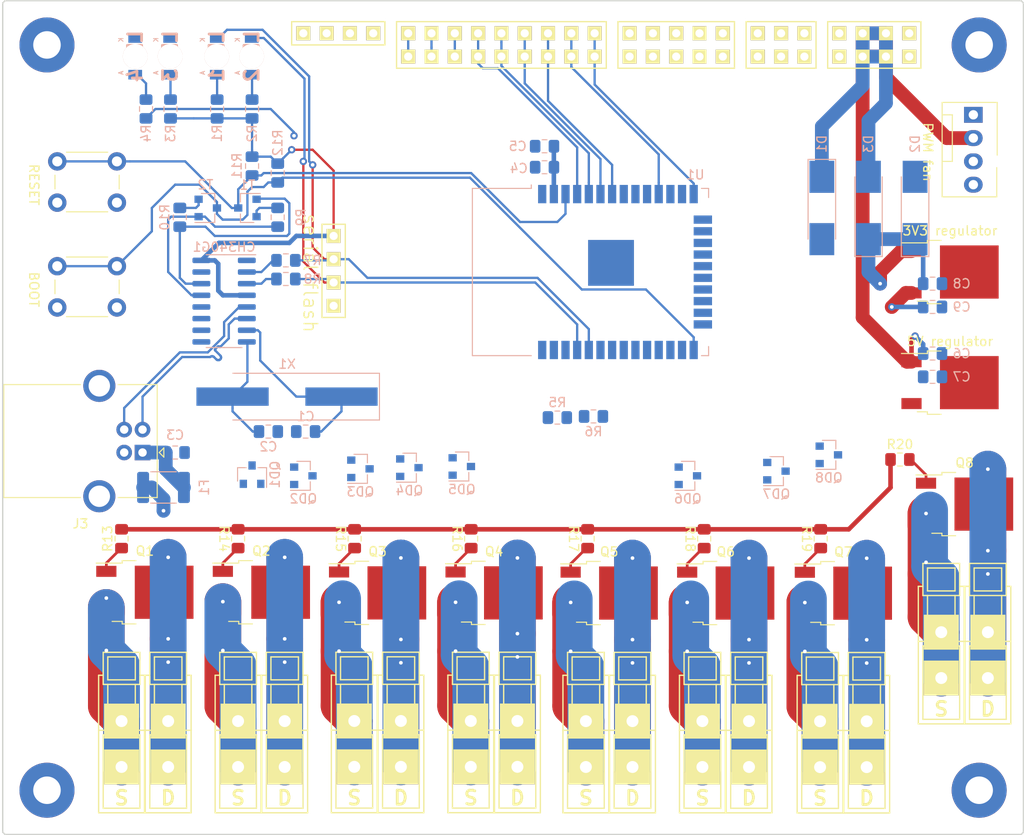
<source format=kicad_pcb>
(kicad_pcb (version 20171130) (host pcbnew 5.0.2-bee76a0~70~ubuntu18.04.1)
  (title_block (title E32CB_R2))
  (layers (0 F.Cu jumper) (31 B.Cu signal hide) (34 B.Paste user hide) (35 F.Paste user hide) (36 B.SilkS user hide) (37 F.SilkS user) (38 B.Mask user hide) (39 F.Mask user) (44 Edge.Cuts user))
  (net 0 "")
  (net 1 GND)
  (net 2 +3V3)
  (net 3 /I2C_SDA)
  (net 4 /EN)
  (net 5 +12V)
  (net 6 /IO_0)
  (net 7 "Net-(LED1-Pad2)")
  (net 8 "Net-(R9-Pad1)")
  (net 9 "Net-(CH340G1-Pad13)")
  (net 10 "Net-(LED2-Pad2)")
  (net 11 "Net-(LED3-Pad2)")
  (net 12 /s_LED)
  (net 13 "Net-(LED4-Pad2)")
  (net 14 /TXD)
  (net 15 "Net-(CH340G1-Pad3)")
  (net 16 "Net-(CH340G1-Pad2)")
  (net 17 /RXD)
  (net 18 /I2C_SCL)
  (net 19 "Net-(CH340G1-Pad14)")
  (net 20 "Net-(R10-Pad1)")
  (net 21 /gpi36)
  (net 22 /gpi39)
  (net 23 /gpi34)
  (net 24 /gpi35)
  (net 25 /Q1)
  (net 26 /Q2)
  (net 27 /gpio26)
  (net 28 /Q3)
  (net 29 /Q4)
  (net 30 /gpio12)
  (net 31 /Q5)
  (net 32 "Net-(U1-Pad17)")
  (net 33 "Net-(U1-Pad18)")
  (net 34 "Net-(U1-Pad19)")
  (net 35 "Net-(U1-Pad20)")
  (net 36 "Net-(U1-Pad21)")
  (net 37 "Net-(U1-Pad22)")
  (net 38 /gpio15)
  (net 39 /gpio2)
  (net 40 /Q6)
  (net 41 /U2_RXD)
  (net 42 /U2_TXD)
  (net 43 /gpio5)
  (net 44 /Q7)
  (net 45 /Q8)
  (net 46 "Net-(U1-Pad32)")
  (net 47 /fan1)
  (net 48 "Net-(J7-Pad1)")
  (net 49 "Net-(J8-Pad1)")
  (net 50 "Net-(J10-Pad1)")
  (net 51 "Net-(J9-Pad1)")
  (net 52 /display_Vin)
  (net 53 "Net-(J22-Pad1)")
  (net 54 "Net-(J21-Pad1)")
  (net 55 "Net-(J15-Pad1)")
  (net 56 "Net-(J16-Pad1)")
  (net 57 "Net-(J18-Pad1)")
  (net 58 "Net-(J17-Pad1)")
  (net 59 "Net-(J11-Pad1)")
  (net 60 "Net-(J12-Pad1)")
  (net 61 "Net-(J14-Pad1)")
  (net 62 "Net-(J13-Pad1)")
  (net 63 "Net-(J19-Pad1)")
  (net 64 "Net-(J20-Pad1)")
  (net 65 "Net-(3V3stabilizer1-Pad1)")
  (net 66 /USB_P)
  (net 67 /USB_N)
  (net 68 "Net-(C1-Pad1)")
  (net 69 "Net-(C2-Pad1)")
  (net 70 "Net-(CH340G1-Pad9)")
  (net 71 "Net-(CH340G1-Pad10)")
  (net 72 "Net-(CH340G1-Pad11)")
  (net 73 "Net-(CH340G1-Pad12)")
  (net 74 "Net-(CH340G1-Pad15)")
  (net 75 +5V)
  (net 76 "Net-(C3-Pad1)")
  (net 77 "Net-(fan_1-Pad3)")
  (net 78 "Net-(Q5-Pad1)")
  (net 79 "Net-(Q4-Pad1)")
  (net 80 "Net-(Q6-Pad1)")
  (net 81 "Net-(Q7-Pad1)")
  (net 82 "Net-(Q8-Pad1)")
  (net 83 "Net-(Q3-Pad1)")
  (net 84 "Net-(Q2-Pad1)")
  (net 85 "Net-(Q1-Pad1)")
  (module Mlab_Pin_Headers:Straight_1x04 (layer F.Cu) (at 132.842 75.438)
    (fp_text reference J23 hide)
    (fp_text value "serial flash" (at -2.54 0.254 -90 unlocked) (layer F.SilkS) (effects (font (size 1.5 1.5))))
    (pad 4 thru_hole rect (at 0 3.81) (size 1.524 1.524) (drill 0.889) (layers *.Cu *.Mask F.SilkS) (net 1 GND))
    (pad 3 thru_hole rect (at 0 1.27) (size 1.524 1.524) (drill 0.889) (layers *.Cu *.Mask F.SilkS) (net 14 /TXD))
    (pad 2 thru_hole rect (at 0 -1.27) (size 1.524 1.524) (drill 0.889) (layers *.Cu *.Mask F.SilkS) (net 17 /RXD))
    (pad 1 thru_hole rect (at 0 -3.81) (size 1.524 1.524) (drill 0.889) (layers *.Cu *.Mask F.SilkS) (net 2 +3V3))
  )
  (module Mlab_CON:WAGO256 (layer F.Cu) (at 147.793253 127.067625 90)
    (fp_text reference S (at -5.842 0 unlocked) (layer F.SilkS) (effects (font (size 1.524 1.524) (thickness 0.3048))))
    (fp_text value S hide)
    (pad 1 thru_hole rect (at 2.54 0 180) (size 3.81 3.81) (drill 1.3) (layers *.Cu *.Mask F.SilkS) (net 61 "Net-(J14-Pad1)"))
    (pad 1 thru_hole rect (at -2.46 0 180) (size 3.81 3.81) (drill 1.3) (layers *.Cu *.Mask F.SilkS) (net 61 "Net-(J14-Pad1)"))
  )
  (module Mlab_CON:WAGO256 (layer F.Cu) (at 140.173253 127.067625 90)
    (fp_text reference D (at -5.842 0 unlocked) (layer F.SilkS) (effects (font (size 1.524 1.524) (thickness 0.3048))))
    (fp_text value D hide)
    (pad 1 thru_hole rect (at -2.46 0 180) (size 3.81 3.81) (drill 1.3) (layers *.Cu *.Mask F.SilkS) (net 59 "Net-(J11-Pad1)"))
    (pad 1 thru_hole rect (at 2.54 0 180) (size 3.81 3.81) (drill 1.3) (layers *.Cu *.Mask F.SilkS) (net 59 "Net-(J11-Pad1)"))
  )
  (module Mlab_CON:WAGO256 (layer F.Cu) (at 135.093253 127.067625 90)
    (fp_text reference S (at -5.842 0 unlocked) (layer F.SilkS) (effects (font (size 1.524 1.524) (thickness 0.3048))))
    (fp_text value S hide)
    (pad 1 thru_hole rect (at 2.54 0 180) (size 3.81 3.81) (drill 1.3) (layers *.Cu *.Mask F.SilkS) (net 60 "Net-(J12-Pad1)"))
    (pad 1 thru_hole rect (at -2.46 0 180) (size 3.81 3.81) (drill 1.3) (layers *.Cu *.Mask F.SilkS) (net 60 "Net-(J12-Pad1)"))
  )
  (module Mlab_CON:WAGO256 (layer F.Cu) (at 152.873253 127.067625 90)
    (fp_text reference D (at -5.842 0 unlocked) (layer F.SilkS) (effects (font (size 1.524 1.524) (thickness 0.3048))))
    (fp_text value D hide)
    (pad 1 thru_hole rect (at -2.46 0 180) (size 3.81 3.81) (drill 1.3) (layers *.Cu *.Mask F.SilkS) (net 62 "Net-(J13-Pad1)"))
    (pad 1 thru_hole rect (at 2.54 0 180) (size 3.81 3.81) (drill 1.3) (layers *.Cu *.Mask F.SilkS) (net 62 "Net-(J13-Pad1)"))
  )
  (module Mlab_CON:WAGO256 (layer F.Cu) (at 185.861012 127.100028 90)
    (fp_text reference S (at -5.842 0 unlocked) (layer F.SilkS) (effects (font (size 1.524 1.524) (thickness 0.3048))))
    (fp_text value S hide)
    (pad 1 thru_hole rect (at 2.54 0 180) (size 3.81 3.81) (drill 1.3) (layers *.Cu *.Mask F.SilkS) (net 56 "Net-(J16-Pad1)"))
    (pad 1 thru_hole rect (at -2.46 0 180) (size 3.81 3.81) (drill 1.3) (layers *.Cu *.Mask F.SilkS) (net 56 "Net-(J16-Pad1)"))
  )
  (module Mlab_CON:WAGO256 (layer F.Cu) (at 204.149012 117.384528 90)
    (fp_text reference D (at -5.842 0 unlocked) (layer F.SilkS) (effects (font (size 1.524 1.524) (thickness 0.3048))))
    (fp_text value D hide)
    (pad 1 thru_hole rect (at -2.46 0 180) (size 3.81 3.81) (drill 1.3) (layers *.Cu *.Mask F.SilkS) (net 58 "Net-(J17-Pad1)"))
    (pad 1 thru_hole rect (at 2.54 0 180) (size 3.81 3.81) (drill 1.3) (layers *.Cu *.Mask F.SilkS) (net 58 "Net-(J17-Pad1)"))
  )
  (module Mlab_CON:WAGO256 (layer F.Cu) (at 199.069012 117.384528 90)
    (fp_text reference S (at -5.842 0 unlocked) (layer F.SilkS) (effects (font (size 1.524 1.524) (thickness 0.3048))))
    (fp_text value S hide)
    (pad 1 thru_hole rect (at 2.54 0 180) (size 3.81 3.81) (drill 1.3) (layers *.Cu *.Mask F.SilkS) (net 57 "Net-(J18-Pad1)"))
    (pad 1 thru_hole rect (at -2.46 0 180) (size 3.81 3.81) (drill 1.3) (layers *.Cu *.Mask F.SilkS) (net 57 "Net-(J18-Pad1)"))
  )
  (module Mlab_CON:WAGO256 (layer F.Cu) (at 165.416052 127.084337 90)
    (fp_text reference D (at -5.842 0 unlocked) (layer F.SilkS) (effects (font (size 1.524 1.524) (thickness 0.3048))))
    (fp_text value D hide)
    (pad 1 thru_hole rect (at -2.46 0 180) (size 3.81 3.81) (drill 1.3) (layers *.Cu *.Mask F.SilkS) (net 63 "Net-(J19-Pad1)"))
    (pad 1 thru_hole rect (at 2.54 0 180) (size 3.81 3.81) (drill 1.3) (layers *.Cu *.Mask F.SilkS) (net 63 "Net-(J19-Pad1)"))
  )
  (module Mlab_CON:WAGO256 (layer F.Cu) (at 178.116052 127.084337 90)
    (fp_text reference D (at -5.842 0 unlocked) (layer F.SilkS) (effects (font (size 1.524 1.524) (thickness 0.3048))))
    (fp_text value D hide)
    (pad 1 thru_hole rect (at 2.54 0 180) (size 3.81 3.81) (drill 1.3) (layers *.Cu *.Mask F.SilkS) (net 54 "Net-(J21-Pad1)"))
    (pad 1 thru_hole rect (at -2.46 0 180) (size 3.81 3.81) (drill 1.3) (layers *.Cu *.Mask F.SilkS) (net 54 "Net-(J21-Pad1)"))
  )
  (module Mlab_CON:WAGO256 (layer F.Cu) (at 173.036052 127.084337 90)
    (fp_text reference S (at -5.842 0 unlocked) (layer F.SilkS) (effects (font (size 1.524 1.524) (thickness 0.3048))))
    (fp_text value S hide)
    (pad 1 thru_hole rect (at -2.46 0 180) (size 3.81 3.81) (drill 1.3) (layers *.Cu *.Mask F.SilkS) (net 53 "Net-(J22-Pad1)"))
    (pad 1 thru_hole rect (at 2.54 0 180) (size 3.81 3.81) (drill 1.3) (layers *.Cu *.Mask F.SilkS) (net 53 "Net-(J22-Pad1)"))
  )
  (module Mlab_CON:WAGO256 (layer F.Cu) (at 190.941012 127.100028 90)
    (fp_text reference D (at -5.842 0 unlocked) (layer F.SilkS) (effects (font (size 1.524 1.524) (thickness 0.3048))))
    (fp_text value D hide)
    (pad 1 thru_hole rect (at 2.54 0 180) (size 3.81 3.81) (drill 1.3) (layers *.Cu *.Mask F.SilkS) (net 55 "Net-(J15-Pad1)"))
    (pad 1 thru_hole rect (at -2.46 0 180) (size 3.81 3.81) (drill 1.3) (layers *.Cu *.Mask F.SilkS) (net 55 "Net-(J15-Pad1)"))
  )
  (module Mlab_CON:WAGO256 (layer F.Cu) (at 160.336052 127.084337 90)
    (fp_text reference S (at -5.842 0 unlocked) (layer F.SilkS) (effects (font (size 1.524 1.524) (thickness 0.3048))))
    (fp_text value S hide)
    (pad 1 thru_hole rect (at -2.46 0 180) (size 3.81 3.81) (drill 1.3) (layers *.Cu *.Mask F.SilkS) (net 64 "Net-(J20-Pad1)"))
    (pad 1 thru_hole rect (at 2.54 0 180) (size 3.81 3.81) (drill 1.3) (layers *.Cu *.Mask F.SilkS) (net 64 "Net-(J20-Pad1)"))
  )
  (module Button_Switch_THT:SW_PUSH_6mm (layer F.Cu) (at 102.72 74.93)
    (fp_text reference BOOT (at -2.54 2.54 -90 unlocked) (layer F.SilkS))
    (fp_text value FLASH)
    (pad 1 thru_hole circle (at 6.5 0 90) (size 2 2) (drill 1.1) (layers *.Cu *.Mask) (net 6 /IO_0))
    (pad 2 thru_hole circle (at 6.5 4.5 90) (size 2 2) (drill 1.1) (layers *.Cu *.Mask) (net 1 GND))
    (pad 1 thru_hole circle (at 0 0 90) (size 2 2) (drill 1.1) (layers *.Cu *.Mask) (net 6 /IO_0))
    (pad 2 thru_hole circle (at 0 4.5 90) (size 2 2) (drill 1.1) (layers *.Cu *.Mask) (net 1 GND))
  )
  (module Button_Switch_THT:SW_PUSH_6mm (layer F.Cu) (at 102.72 63.5)
    (fp_text reference RESET (at -2.54 2.54 270 unlocked) (layer F.SilkS))
    (fp_text value RESET)
    (pad 2 thru_hole circle (at 0 4.5 90) (size 2 2) (drill 1.1) (layers *.Cu *.Mask) (net 1 GND))
    (pad 1 thru_hole circle (at 0 0 90) (size 2 2) (drill 1.1) (layers *.Cu *.Mask) (net 4 /EN))
    (pad 2 thru_hole circle (at 6.5 4.5 90) (size 2 2) (drill 1.1) (layers *.Cu *.Mask) (net 1 GND))
    (pad 1 thru_hole circle (at 6.5 0 90) (size 2 2) (drill 1.1) (layers *.Cu *.Mask) (net 4 /EN))
  )
  (module Capacitor_SMD:C_0805_2012Metric_Pad1.15x1.40mm_HandSolder (layer B.Cu) (at 129.794 92.964 180)
    (fp_text reference C1 (at 0 1.65 180) (layer B.SilkS) (effects (justify mirror)))
    (fp_text value 22p)
    (pad 1 smd roundrect (at -1.025 0 180) (size 1.15 1.4) (layers B.Cu B.Paste B.Mask) (roundrect_rratio 0.217391) (net 68 "Net-(C1-Pad1)"))
    (pad 2 smd roundrect (at 1.025 0 180) (size 1.15 1.4) (layers B.Cu B.Paste B.Mask) (roundrect_rratio 0.217391) (net 1 GND))
  )
  (module Capacitor_SMD:C_0805_2012Metric_Pad1.15x1.40mm_HandSolder (layer B.Cu) (at 125.73 92.964)
    (fp_text reference C2 (at 0 1.65) (layer B.SilkS) (effects (justify mirror)))
    (fp_text value 22p)
    (pad 2 smd roundrect (at 1.025 0) (size 1.15 1.4) (layers B.Cu B.Paste B.Mask) (roundrect_rratio 0.217391) (net 1 GND))
    (pad 1 smd roundrect (at -1.025 0) (size 1.15 1.4) (layers B.Cu B.Paste B.Mask) (roundrect_rratio 0.217391) (net 69 "Net-(C2-Pad1)"))
  )
  (module Capacitor_SMD:C_0805_2012Metric_Pad1.15x1.40mm_HandSolder (layer B.Cu) (at 115.57 95.25)
    (fp_text reference C3 (at 0 -1.905) (layer B.SilkS) (effects (justify mirror)))
    (fp_text value 10nF)
    (pad 1 smd roundrect (at -1.025 0) (size 1.15 1.4) (layers B.Cu B.Paste B.Mask) (roundrect_rratio 0.217391) (net 76 "Net-(C3-Pad1)"))
    (pad 2 smd roundrect (at 1.025 0) (size 1.15 1.4) (layers B.Cu B.Paste B.Mask) (roundrect_rratio 0.217391) (net 1 GND))
  )
  (module Capacitor_SMD:C_0805_2012Metric_Pad1.15x1.40mm_HandSolder (layer B.Cu) (at 155.829 64.135 180)
    (fp_text reference C4 (at 2.803 -0.127 180) (layer B.SilkS) (effects (justify mirror)))
    (fp_text value 100nF)
    (pad 2 smd roundrect (at 1.025 0 180) (size 1.15 1.4) (layers B.Cu B.Paste B.Mask) (roundrect_rratio 0.217391) (net 1 GND))
    (pad 1 smd roundrect (at -1.025 0 180) (size 1.15 1.4) (layers B.Cu B.Paste B.Mask) (roundrect_rratio 0.217391) (net 2 +3V3))
  )
  (module Capacitor_SMD:C_0805_2012Metric_Pad1.15x1.40mm_HandSolder (layer B.Cu) (at 155.829 61.849 180)
    (fp_text reference C5 (at 2.921 0 180) (layer B.SilkS) (effects (justify mirror)))
    (fp_text value 10uF)
    (pad 1 smd roundrect (at -1.025 0 180) (size 1.15 1.4) (layers B.Cu B.Paste B.Mask) (roundrect_rratio 0.217391) (net 2 +3V3))
    (pad 2 smd roundrect (at 1.025 0 180) (size 1.15 1.4) (layers B.Cu B.Paste B.Mask) (roundrect_rratio 0.217391) (net 1 GND))
  )
  (module Capacitor_SMD:C_0805_2012Metric_Pad1.15x1.40mm_HandSolder (layer B.Cu) (at 198.12 84.455)
    (fp_text reference C6 (at 3.175 0) (layer B.SilkS) (effects (justify mirror)))
    (fp_text value 330nF)
    (pad 2 smd roundrect (at 1.025 0) (size 1.15 1.4) (layers B.Cu B.Paste B.Mask) (roundrect_rratio 0.217391) (net 1 GND))
    (pad 1 smd roundrect (at -1.025 0) (size 1.15 1.4) (layers B.Cu B.Paste B.Mask) (roundrect_rratio 0.217391) (net 5 +12V))
  )
  (module Capacitor_SMD:C_0805_2012Metric_Pad1.15x1.40mm_HandSolder (layer B.Cu) (at 198.12 86.995)
    (fp_text reference C7 (at 3.175 0) (layer B.SilkS) (effects (justify mirror)))
    (fp_text value 100nF)
    (pad 1 smd roundrect (at -1.025 0) (size 1.15 1.4) (layers B.Cu B.Paste B.Mask) (roundrect_rratio 0.217391) (net 52 /display_Vin))
    (pad 2 smd roundrect (at 1.025 0) (size 1.15 1.4) (layers B.Cu B.Paste B.Mask) (roundrect_rratio 0.217391) (net 1 GND))
  )
  (module Capacitor_SMD:C_0805_2012Metric_Pad1.15x1.40mm_HandSolder (layer B.Cu) (at 198.12 76.835)
    (fp_text reference C8 (at 3.175 0) (layer B.SilkS) (effects (justify mirror)))
    (fp_text value 100nF)
    (pad 2 smd roundrect (at 1.025 0) (size 1.15 1.4) (layers B.Cu B.Paste B.Mask) (roundrect_rratio 0.217391) (net 1 GND))
    (pad 1 smd roundrect (at -1.025 0) (size 1.15 1.4) (layers B.Cu B.Paste B.Mask) (roundrect_rratio 0.217391) (net 65 "Net-(3V3stabilizer1-Pad1)"))
  )
  (module Capacitor_SMD:C_0805_2012Metric_Pad1.15x1.40mm_HandSolder (layer B.Cu) (at 198.12 79.375)
    (fp_text reference C9 (at 3.175 0) (layer B.SilkS) (effects (justify mirror)))
    (fp_text value 2.2uF)
    (pad 1 smd roundrect (at -1.025 0) (size 1.15 1.4) (layers B.Cu B.Paste B.Mask) (roundrect_rratio 0.217391) (net 2 +3V3))
    (pad 2 smd roundrect (at 1.025 0) (size 1.15 1.4) (layers B.Cu B.Paste B.Mask) (roundrect_rratio 0.217391) (net 1 GND))
  )
  (module Connector:FanPinHeader_1x04_P2.54mm_Vertical (layer F.Cu) (at 202.565 58.42 270)
    (fp_text reference "PWM fan" (at 4.064 4.953 270 unlocked) (layer F.SilkS))
    (fp_text value Conn_01x04)
    (pad 1 thru_hole rect (at 0 0) (size 2.03 1.73) (drill 1.02) (layers *.Cu *.Mask) (net 1 GND))
    (pad 2 thru_hole oval (at 2.54 0) (size 2.03 1.73) (drill 1.02) (layers *.Cu *.Mask) (net 5 +12V))
    (pad 3 thru_hole oval (at 5.08 0) (size 2.03 1.73) (drill 1.02) (layers *.Cu *.Mask) (net 77 "Net-(fan_1-Pad3)"))
    (pad 4 thru_hole oval (at 7.62 0) (size 2.03 1.73) (drill 1.02) (layers *.Cu *.Mask) (net 47 /fan1))
    (pad "" np_thru_hole circle (at 5.08 -2.16) (size 1.1 1.1) (drill 1.1) (layers *.Cu *.Mask))
  )
  (module Connector_USB:USB_B_OST_USB-B1HSxx_Horizontal (layer F.Cu) (at 112.014 95.25 180)
    (fp_text reference J3 (at 6.76 -7.77 180) (layer F.SilkS))
    (fp_text value USB_B)
    (pad 1 thru_hole rect (at 0 0 180) (size 1.7 1.7) (drill 0.92) (layers *.Cu *.Mask) (net 76 "Net-(C3-Pad1)"))
    (pad 2 thru_hole circle (at 0 2.5 180) (size 1.7 1.7) (drill 0.92) (layers *.Cu *.Mask) (net 67 /USB_N))
    (pad 3 thru_hole circle (at 2 2.5 180) (size 1.7 1.7) (drill 0.92) (layers *.Cu *.Mask) (net 66 /USB_P))
    (pad 4 thru_hole circle (at 2 0 180) (size 1.7 1.7) (drill 0.92) (layers *.Cu *.Mask) (net 1 GND))
    (pad 5 thru_hole circle (at 4.71 -4.77 180) (size 3.5 3.5) (drill 2.33) (layers *.Cu *.Mask) (net 1 GND))
    (pad 5 thru_hole circle (at 4.71 7.27 180) (size 3.5 3.5) (drill 2.33) (layers *.Cu *.Mask) (net 1 GND))
  )
  (module Crystal:Crystal_SMD_HC49-SD_HandSoldering (layer B.Cu) (at 127.762 89.154 180)
    (fp_text reference X1 (at 0 3.55 180) (layer B.SilkS) (effects (justify mirror)))
    (fp_text value 12MHz)
    (pad 1 smd rect (at -5.9375 0 180) (size 7.875 2) (layers B.Cu B.Paste B.Mask) (net 68 "Net-(C1-Pad1)"))
    (pad 2 smd rect (at 5.9375 0 180) (size 7.875 2) (layers B.Cu B.Paste B.Mask) (net 69 "Net-(C2-Pad1)"))
  )
  (module Diode_SMD:D_MELF_Handsoldering (layer B.Cu) (at 191.135 68.58 90)
    (fp_text reference D3 (at 6.985 0 90) (layer B.SilkS) (effects (justify mirror)))
    (fp_text value 1N4007)
    (pad 1 smd rect (at -3.4 0 90) (size 3.5 2.7) (layers B.Cu B.Paste B.Mask) (net 65 "Net-(3V3stabilizer1-Pad1)"))
    (pad 2 smd rect (at 3.4 0 90) (size 3.5 2.7) (layers B.Cu B.Paste B.Mask) (net 5 +12V))
  )
  (module Diode_SMD:D_MELF_Handsoldering (layer B.Cu) (at 196.215 68.58 90)
    (fp_text reference D2 (at 6.985 0 90) (layer B.SilkS) (effects (justify mirror)))
    (fp_text value 1N4007)
    (pad 2 smd rect (at 3.4 0 90) (size 3.5 2.7) (layers B.Cu B.Paste B.Mask) (net 75 +5V))
    (pad 1 smd rect (at -3.4 0 90) (size 3.5 2.7) (layers B.Cu B.Paste B.Mask) (net 65 "Net-(3V3stabilizer1-Pad1)"))
  )
  (module Diode_SMD:D_MELF_Handsoldering (layer B.Cu) (at 186.055 68.58 270)
    (fp_text reference D1 (at -6.985 0 270) (layer B.SilkS) (effects (justify mirror)))
    (fp_text value 1N4007)
    (pad 1 smd rect (at -3.4 0 270) (size 3.5 2.7) (layers B.Cu B.Paste B.Mask) (net 5 +12V))
    (pad 2 smd rect (at 3.4 0 270) (size 3.5 2.7) (layers B.Cu B.Paste B.Mask) (net 1 GND))
  )
  (module Fuse:Fuse_1812_4532Metric_Pad1.30x3.40mm_HandSolder (layer B.Cu) (at 114.3 99.06)
    (fp_text reference F1 (at 4.445 0 90) (layer B.SilkS) (effects (justify mirror)))
    (fp_text value 1A)
    (pad 1 smd roundrect (at -2.225 0) (size 1.3 3.4) (layers B.Cu B.Paste B.Mask) (roundrect_rratio 0.192308) (net 75 +5V))
    (pad 2 smd roundrect (at 2.225 0) (size 1.3 3.4) (layers B.Cu B.Paste B.Mask) (roundrect_rratio 0.192308) (net 76 "Net-(C3-Pad1)"))
  )
  (module Mlab_CON:WAGO256 (layer F.Cu) (at 114.808 127.08 90)
    (fp_text reference D (at -5.842 0 unlocked) (layer F.SilkS) (effects (font (size 1.524 1.524) (thickness 0.3048))))
    (fp_text value D hide)
    (pad 1 thru_hole rect (at -2.46 0 180) (size 3.81 3.81) (drill 1.3) (layers *.Cu *.Mask F.SilkS) (net 48 "Net-(J7-Pad1)"))
    (pad 1 thru_hole rect (at 2.54 0 180) (size 3.81 3.81) (drill 1.3) (layers *.Cu *.Mask F.SilkS) (net 48 "Net-(J7-Pad1)"))
  )
  (module Mlab_CON:WAGO256 (layer F.Cu) (at 109.728 127.08 90)
    (fp_text reference S (at -5.842 0 unlocked) (layer F.SilkS) (effects (font (size 1.524 1.524) (thickness 0.3048))))
    (fp_text value S hide)
    (pad 1 thru_hole rect (at 2.54 0 180) (size 3.81 3.81) (drill 1.3) (layers *.Cu *.Mask F.SilkS) (net 49 "Net-(J8-Pad1)"))
    (pad 1 thru_hole rect (at -2.46 0 180) (size 3.81 3.81) (drill 1.3) (layers *.Cu *.Mask F.SilkS) (net 49 "Net-(J8-Pad1)"))
  )
  (module Mlab_CON:WAGO256 (layer F.Cu) (at 127.508 127.08 90)
    (fp_text reference D (at -5.842 0 unlocked) (layer F.SilkS) (effects (font (size 1.524 1.524) (thickness 0.3048))))
    (fp_text value D hide)
    (pad 1 thru_hole rect (at -2.46 0 180) (size 3.81 3.81) (drill 1.3) (layers *.Cu *.Mask F.SilkS) (net 51 "Net-(J9-Pad1)"))
    (pad 1 thru_hole rect (at 2.54 0 180) (size 3.81 3.81) (drill 1.3) (layers *.Cu *.Mask F.SilkS) (net 51 "Net-(J9-Pad1)"))
  )
  (module Mlab_CON:WAGO256 (layer F.Cu) (at 122.428 127.08 90)
    (fp_text reference S (at -5.842 0 unlocked) (layer F.SilkS) (effects (font (size 1.524 1.524) (thickness 0.3048))))
    (fp_text value S hide)
    (pad 1 thru_hole rect (at 2.54 0 180) (size 3.81 3.81) (drill 1.3) (layers *.Cu *.Mask F.SilkS) (net 50 "Net-(J10-Pad1)"))
    (pad 1 thru_hole rect (at -2.46 0 180) (size 3.81 3.81) (drill 1.3) (layers *.Cu *.Mask F.SilkS) (net 50 "Net-(J10-Pad1)"))
  )
  (module Mlab_D:LED_1206 (layer B.Cu) (at 123.91664 52.042461 90)
    (fp_text reference LED2 (at 0 0 90) (layer B.SilkS) (effects (font (size 1.524 1.524) (thickness 0.3048)) (justify mirror)))
    (fp_text value TXD hide)
    (fp_text user A (at -1.80086 -1.5494 90) (layer B.SilkS) (effects (font (size 0.50038 0.50038) (thickness 0.09906)) (justify mirror)))
    (fp_text user K (at 1.80086 -1.5494 90) (layer B.SilkS) (effects (font (size 0.50038 0.50038) (thickness 0.09906)) (justify mirror)))
    (pad "" np_thru_hole circle (at 0 0 90) (size 2.7 2.7) (drill 2.7) (layers *.Cu *.Mask B.SilkS))
    (pad 1 smd rect (at 2 0 90) (size 1.05 1.5) (layers B.Cu B.Paste B.Mask) (net 14 /TXD))
    (pad 2 smd rect (at -2 0 90) (size 1.05 1.5) (layers B.Cu B.Paste B.Mask) (net 10 "Net-(LED2-Pad2)"))
  )
  (module Mlab_D:LED_1206 (layer B.Cu) (at 115.02664 52.042461 90)
    (fp_text reference LED3 (at 0 0 90) (layer B.SilkS) (effects (font (size 1.524 1.524) (thickness 0.3048)) (justify mirror)))
    (fp_text value Power hide)
    (fp_text user K (at 1.80086 -1.5494 90) (layer B.SilkS) (effects (font (size 0.50038 0.50038) (thickness 0.09906)) (justify mirror)))
    (fp_text user A (at -1.80086 -1.5494 90) (layer B.SilkS) (effects (font (size 0.50038 0.50038) (thickness 0.09906)) (justify mirror)))
    (pad 2 smd rect (at -2 0 90) (size 1.05 1.5) (layers B.Cu B.Paste B.Mask) (net 11 "Net-(LED3-Pad2)"))
    (pad 1 smd rect (at 2 0 90) (size 1.05 1.5) (layers B.Cu B.Paste B.Mask) (net 1 GND))
    (pad "" np_thru_hole circle (at 0 0 90) (size 2.7 2.7) (drill 2.7) (layers *.Cu *.Mask B.SilkS))
  )
  (module Mlab_D:LED_1206 (layer B.Cu) (at 120.10664 52.042461 90)
    (fp_text reference LED1 (at 0 0 90) (layer B.SilkS) (effects (font (size 1.524 1.524) (thickness 0.3048)) (justify mirror)))
    (fp_text value RXD hide)
    (fp_text user A (at -1.80086 -1.5494 90) (layer B.SilkS) (effects (font (size 0.50038 0.50038) (thickness 0.09906)) (justify mirror)))
    (fp_text user K (at 1.80086 -1.5494 90) (layer B.SilkS) (effects (font (size 0.50038 0.50038) (thickness 0.09906)) (justify mirror)))
    (pad "" np_thru_hole circle (at 0 0 90) (size 2.7 2.7) (drill 2.7) (layers *.Cu *.Mask B.SilkS))
    (pad 1 smd rect (at 2 0 90) (size 1.05 1.5) (layers B.Cu B.Paste B.Mask) (net 17 /RXD))
    (pad 2 smd rect (at -2 0 90) (size 1.05 1.5) (layers B.Cu B.Paste B.Mask) (net 7 "Net-(LED1-Pad2)"))
  )
  (module Mlab_D:LED_1206 (layer B.Cu) (at 111.21664 52.042461 90)
    (fp_text reference LED4 (at 0 0 90) (layer B.SilkS) (effects (font (size 1.524 1.524) (thickness 0.3048)) (justify mirror)))
    (fp_text value Signal hide)
    (fp_text user K (at 1.80086 -1.5494 90) (layer B.SilkS) (effects (font (size 0.50038 0.50038) (thickness 0.09906)) (justify mirror)))
    (fp_text user A (at -1.80086 -1.5494 90) (layer B.SilkS) (effects (font (size 0.50038 0.50038) (thickness 0.09906)) (justify mirror)))
    (pad 2 smd rect (at -2 0 90) (size 1.05 1.5) (layers B.Cu B.Paste B.Mask) (net 13 "Net-(LED4-Pad2)"))
    (pad 1 smd rect (at 2 0 90) (size 1.05 1.5) (layers B.Cu B.Paste B.Mask) (net 1 GND))
    (pad "" np_thru_hole circle (at 0 0 90) (size 2.7 2.7) (drill 2.7) (layers *.Cu *.Mask B.SilkS))
  )
  (module Mlab_Pin_Headers:Straight_1x04 (layer F.Cu) (at 133.35 49.53 90)
    (fp_text reference J5 hide)
    (fp_text value NEXTION hide)
    (pad 4 thru_hole rect (at 0 3.81 90) (size 1.524 1.524) (drill 0.889) (layers *.Cu *.Mask F.SilkS) (net 52 /display_Vin))
    (pad 3 thru_hole rect (at 0 1.27 90) (size 1.524 1.524) (drill 0.889) (layers *.Cu *.Mask F.SilkS) (net 41 /U2_RXD))
    (pad 2 thru_hole rect (at 0 -1.27 90) (size 1.524 1.524) (drill 0.889) (layers *.Cu *.Mask F.SilkS) (net 42 /U2_TXD))
    (pad 1 thru_hole rect (at 0 -3.81 90) (size 1.524 1.524) (drill 0.889) (layers *.Cu *.Mask F.SilkS) (net 1 GND))
  )
  (module Mlab_Pin_Headers:Straight_2x03 (layer F.Cu) (at 181.61 50.8 90)
    (fp_text reference J4 hide)
    (fp_text value "USB +5V" hide)
    (pad 1 thru_hole rect (at -1.27 -2.54 90) (size 1.524 1.524) (drill 0.889) (layers *.Cu *.Mask F.SilkS) (net 1 GND))
    (pad 2 thru_hole rect (at 1.27 -2.54 90) (size 1.524 1.524) (drill 0.889) (layers *.Cu *.Mask F.SilkS) (net 1 GND))
    (pad 3 thru_hole rect (at -1.27 0 90) (size 1.524 1.524) (drill 0.889) (layers *.Cu *.Mask F.SilkS) (net 75 +5V))
    (pad 4 thru_hole rect (at 1.27 0 90) (size 1.524 1.524) (drill 0.889) (layers *.Cu *.Mask F.SilkS) (net 75 +5V))
    (pad 5 thru_hole rect (at -1.27 2.54 90) (size 1.524 1.524) (drill 0.889) (layers *.Cu *.Mask F.SilkS) (net 1 GND))
    (pad 6 thru_hole rect (at 1.27 2.54 90) (size 1.524 1.524) (drill 0.889) (layers *.Cu *.Mask F.SilkS) (net 1 GND))
  )
  (module Mlab_Pin_Headers:Straight_2x04 (layer F.Cu) (at 191.77 50.8 90)
    (fp_text reference J2 hide)
    (fp_text value Power hide)
    (pad 1 thru_hole rect (at -1.27 -3.81 90) (size 1.524 1.524) (drill 0.889) (layers *.Cu *.Mask F.SilkS) (net 1 GND))
    (pad 2 thru_hole rect (at 1.27 -3.81 90) (size 1.524 1.524) (drill 0.889) (layers *.Cu *.Mask F.SilkS) (net 1 GND))
    (pad 3 thru_hole rect (at -1.27 -1.27 90) (size 1.524 1.524) (drill 0.889) (layers *.Cu *.Mask F.SilkS) (net 5 +12V))
    (pad 4 thru_hole rect (at 1.27 -1.27 90) (size 1.524 1.524) (drill 0.889) (layers *.Cu *.Mask F.SilkS) (net 5 +12V))
    (pad 5 thru_hole rect (at -1.27 1.27 90) (size 1.524 1.524) (drill 0.889) (layers *.Cu *.Mask F.SilkS) (net 5 +12V))
    (pad 6 thru_hole rect (at 1.27 1.27 90) (size 1.524 1.524) (drill 0.889) (layers *.Cu *.Mask F.SilkS) (net 5 +12V))
    (pad 7 thru_hole rect (at -1.27 3.81 90) (size 1.524 1.524) (drill 0.889) (layers *.Cu *.Mask F.SilkS) (net 1 GND))
    (pad 8 thru_hole rect (at 1.27 3.81 90) (size 1.524 1.524) (drill 0.889) (layers *.Cu *.Mask F.SilkS) (net 1 GND))
  )
  (module Mlab_Pin_Headers:Straight_2x05 (layer F.Cu) (at 170.18 50.8 90)
    (fp_text reference J6 hide)
    (fp_text value I2C hide)
    (pad 1 thru_hole rect (at -1.27 -5.08 90) (size 1.524 1.524) (drill 0.889) (layers *.Cu *.Mask F.SilkS) (net 1 GND))
    (pad 2 thru_hole rect (at 1.27 -5.08 90) (size 1.524 1.524) (drill 0.889) (layers *.Cu *.Mask F.SilkS) (net 1 GND))
    (pad 3 thru_hole rect (at -1.27 -2.54 90) (size 1.524 1.524) (drill 0.889) (layers *.Cu *.Mask F.SilkS) (net 3 /I2C_SDA))
    (pad 4 thru_hole rect (at 1.27 -2.54 90) (size 1.524 1.524) (drill 0.889) (layers *.Cu *.Mask F.SilkS) (net 3 /I2C_SDA))
    (pad 5 thru_hole rect (at -1.27 0 90) (size 1.524 1.524) (drill 0.889) (layers *.Cu *.Mask F.SilkS) (net 2 +3V3))
    (pad 6 thru_hole rect (at 1.27 0 90) (size 1.524 1.524) (drill 0.889) (layers *.Cu *.Mask F.SilkS) (net 2 +3V3))
    (pad 7 thru_hole rect (at -1.27 2.54 90) (size 1.524 1.524) (drill 0.889) (layers *.Cu *.Mask F.SilkS) (net 18 /I2C_SCL))
    (pad 8 thru_hole rect (at 1.27 2.54 90) (size 1.524 1.524) (drill 0.889) (layers *.Cu *.Mask F.SilkS) (net 18 /I2C_SCL))
    (pad 9 thru_hole rect (at -1.27 5.08 90) (size 1.524 1.524) (drill 0.889) (layers *.Cu *.Mask F.SilkS) (net 1 GND))
    (pad 10 thru_hole rect (at 1.27 5.08 90) (size 1.524 1.524) (drill 0.889) (layers *.Cu *.Mask F.SilkS) (net 1 GND))
  )
  (module Mlab_Pin_Headers:Straight_2x09 (layer F.Cu) (at 151.13 50.8 90)
    (fp_text reference J1 hide)
    (fp_text value GPIO_HEADER hide)
    (pad 1 thru_hole rect (at -1.27 -10.16 90) (size 1.524 1.524) (drill 0.889) (layers *.Cu *.Mask F.SilkS) (net 43 /gpio5))
    (pad 2 thru_hole rect (at 1.27 -10.16 90) (size 1.524 1.524) (drill 0.889) (layers *.Cu *.Mask F.SilkS) (net 43 /gpio5))
    (pad 3 thru_hole rect (at -1.27 -7.62 90) (size 1.524 1.524) (drill 0.889) (layers *.Cu *.Mask F.SilkS) (net 39 /gpio2))
    (pad 4 thru_hole rect (at 1.27 -7.62 90) (size 1.524 1.524) (drill 0.889) (layers *.Cu *.Mask F.SilkS) (net 39 /gpio2))
    (pad 5 thru_hole rect (at -1.27 -5.08 90) (size 1.524 1.524) (drill 0.889) (layers *.Cu *.Mask F.SilkS) (net 38 /gpio15))
    (pad 6 thru_hole rect (at 1.27 -5.08 90) (size 1.524 1.524) (drill 0.889) (layers *.Cu *.Mask F.SilkS) (net 38 /gpio15))
    (pad 7 thru_hole rect (at -1.27 -2.54 90) (size 1.524 1.524) (drill 0.889) (layers *.Cu *.Mask F.SilkS) (net 21 /gpi36))
    (pad 8 thru_hole rect (at 1.27 -2.54 90) (size 1.524 1.524) (drill 0.889) (layers *.Cu *.Mask F.SilkS) (net 21 /gpi36))
    (pad 9 thru_hole rect (at -1.27 0 90) (size 1.524 1.524) (drill 0.889) (layers *.Cu *.Mask F.SilkS) (net 22 /gpi39))
    (pad 10 thru_hole rect (at 1.27 0 90) (size 1.524 1.524) (drill 0.889) (layers *.Cu *.Mask F.SilkS) (net 22 /gpi39))
    (pad 11 thru_hole rect (at -1.27 2.54 90) (size 1.524 1.524) (drill 0.889) (layers *.Cu *.Mask F.SilkS) (net 23 /gpi34))
    (pad 12 thru_hole rect (at 1.27 2.54 90) (size 1.524 1.524) (drill 0.889) (layers *.Cu *.Mask F.SilkS) (net 23 /gpi34))
    (pad 13 thru_hole rect (at -1.27 5.08 90) (size 1.524 1.524) (drill 0.889) (layers *.Cu *.Mask F.SilkS) (net 24 /gpi35))
    (pad 14 thru_hole rect (at 1.27 5.08 90) (size 1.524 1.524) (drill 0.889) (layers *.Cu *.Mask F.SilkS) (net 24 /gpi35))
    (pad 15 thru_hole rect (at -1.27 7.62 90) (size 1.524 1.524) (drill 0.889) (layers *.Cu *.Mask F.SilkS) (net 27 /gpio26))
    (pad 16 thru_hole rect (at 1.27 7.62 90) (size 1.524 1.524) (drill 0.889) (layers *.Cu *.Mask F.SilkS) (net 27 /gpio26))
    (pad 17 thru_hole rect (at -1.27 10.16 90) (size 1.524 1.524) (drill 0.889) (layers *.Cu *.Mask F.SilkS) (net 30 /gpio12))
    (pad 18 thru_hole rect (at 1.27 10.16 90) (size 1.524 1.524) (drill 0.889) (layers *.Cu *.Mask F.SilkS) (net 30 /gpio12))
  )
  (module Package_SO:SOIC-16_3.9x9.9mm_P1.27mm (layer B.Cu) (at 120.904 78.74 180)
    (fp_text reference CH340G1 (at 0 5.9 180) (layer B.SilkS) (effects (justify mirror)))
    (fp_text value CH340G)
    (pad 1 smd roundrect (at -2.475 4.445 180) (size 1.95 0.6) (layers B.Cu B.Paste B.Mask) (net 1 GND))
    (pad 2 smd roundrect (at -2.475 3.175 180) (size 1.95 0.6) (layers B.Cu B.Paste B.Mask) (net 16 "Net-(CH340G1-Pad2)"))
    (pad 3 smd roundrect (at -2.475 1.905 180) (size 1.95 0.6) (layers B.Cu B.Paste B.Mask) (net 15 "Net-(CH340G1-Pad3)"))
    (pad 4 smd roundrect (at -2.475 0.635 180) (size 1.95 0.6) (layers B.Cu B.Paste B.Mask) (net 2 +3V3))
    (pad 5 smd roundrect (at -2.475 -0.635 180) (size 1.95 0.6) (layers B.Cu B.Paste B.Mask) (net 66 /USB_P))
    (pad 6 smd roundrect (at -2.475 -1.905 180) (size 1.95 0.6) (layers B.Cu B.Paste B.Mask) (net 67 /USB_N))
    (pad 7 smd roundrect (at -2.475 -3.175 180) (size 1.95 0.6) (layers B.Cu B.Paste B.Mask) (net 68 "Net-(C1-Pad1)"))
    (pad 8 smd roundrect (at -2.475 -4.445 180) (size 1.95 0.6) (layers B.Cu B.Paste B.Mask) (net 69 "Net-(C2-Pad1)"))
    (pad 9 smd roundrect (at 2.475 -4.445 180) (size 1.95 0.6) (layers B.Cu B.Paste B.Mask) (net 70 "Net-(CH340G1-Pad9)"))
    (pad 10 smd roundrect (at 2.475 -3.175 180) (size 1.95 0.6) (layers B.Cu B.Paste B.Mask) (net 71 "Net-(CH340G1-Pad10)"))
    (pad 11 smd roundrect (at 2.475 -1.905 180) (size 1.95 0.6) (layers B.Cu B.Paste B.Mask) (net 72 "Net-(CH340G1-Pad11)"))
    (pad 12 smd roundrect (at 2.475 -0.635 180) (size 1.95 0.6) (layers B.Cu B.Paste B.Mask) (net 73 "Net-(CH340G1-Pad12)"))
    (pad 13 smd roundrect (at 2.475 0.635 180) (size 1.95 0.6) (layers B.Cu B.Paste B.Mask) (net 9 "Net-(CH340G1-Pad13)"))
    (pad 14 smd roundrect (at 2.475 1.905 180) (size 1.95 0.6) (layers B.Cu B.Paste B.Mask) (net 19 "Net-(CH340G1-Pad14)"))
    (pad 15 smd roundrect (at 2.475 3.175 180) (size 1.95 0.6) (layers B.Cu B.Paste B.Mask) (net 74 "Net-(CH340G1-Pad15)"))
    (pad 16 smd roundrect (at 2.475 4.445 180) (size 1.95 0.6) (layers B.Cu B.Paste B.Mask) (net 2 +3V3))
  )
  (module Package_TO_SOT_SMD:SOT-23 (layer B.Cu) (at 186.817 95.504)
    (fp_text reference QD8 (at 0 2.5) (layer B.SilkS) (effects (justify mirror)))
    (fp_text value BSS138)
    (pad 3 smd rect (at 1 0) (size 0.9 0.8) (layers B.Cu B.Paste B.Mask) (net 82 "Net-(Q8-Pad1)"))
    (pad 2 smd rect (at -1 -0.95) (size 0.9 0.8) (layers B.Cu B.Paste B.Mask) (net 1 GND))
    (pad 1 smd rect (at -1 0.95) (size 0.9 0.8) (layers B.Cu B.Paste B.Mask) (net 45 /Q8))
  )
  (module Package_TO_SOT_SMD:SOT-23 (layer B.Cu) (at 181.102 97.282)
    (fp_text reference QD7 (at 0 2.5) (layer B.SilkS) (effects (justify mirror)))
    (fp_text value BSS138)
    (pad 1 smd rect (at -1 0.95) (size 0.9 0.8) (layers B.Cu B.Paste B.Mask) (net 44 /Q7))
    (pad 2 smd rect (at -1 -0.95) (size 0.9 0.8) (layers B.Cu B.Paste B.Mask) (net 1 GND))
    (pad 3 smd rect (at 1 0) (size 0.9 0.8) (layers B.Cu B.Paste B.Mask) (net 81 "Net-(Q7-Pad1)"))
  )
  (module Package_TO_SOT_SMD:SOT-23 (layer B.Cu) (at 171.45 97.79)
    (fp_text reference QD6 (at 0 2.5) (layer B.SilkS) (effects (justify mirror)))
    (fp_text value BSS138)
    (pad 3 smd rect (at 1 0) (size 0.9 0.8) (layers B.Cu B.Paste B.Mask) (net 80 "Net-(Q6-Pad1)"))
    (pad 2 smd rect (at -1 -0.95) (size 0.9 0.8) (layers B.Cu B.Paste B.Mask) (net 1 GND))
    (pad 1 smd rect (at -1 0.95) (size 0.9 0.8) (layers B.Cu B.Paste B.Mask) (net 40 /Q6))
  )
  (module Package_TO_SOT_SMD:SOT-23 (layer B.Cu) (at 146.812 96.774)
    (fp_text reference QD5 (at 0 2.5) (layer B.SilkS) (effects (justify mirror)))
    (fp_text value BSS138)
    (pad 1 smd rect (at -1 0.95) (size 0.9 0.8) (layers B.Cu B.Paste B.Mask) (net 31 /Q5))
    (pad 2 smd rect (at -1 -0.95) (size 0.9 0.8) (layers B.Cu B.Paste B.Mask) (net 1 GND))
    (pad 3 smd rect (at 1 0) (size 0.9 0.8) (layers B.Cu B.Paste B.Mask) (net 78 "Net-(Q5-Pad1)"))
  )
  (module Package_TO_SOT_SMD:SOT-23 (layer B.Cu) (at 135.763 97.028)
    (fp_text reference QD3 (at 0 2.5) (layer B.SilkS) (effects (justify mirror)))
    (fp_text value BSS138)
    (pad 3 smd rect (at 1 0) (size 0.9 0.8) (layers B.Cu B.Paste B.Mask) (net 83 "Net-(Q3-Pad1)"))
    (pad 2 smd rect (at -1 -0.95) (size 0.9 0.8) (layers B.Cu B.Paste B.Mask) (net 1 GND))
    (pad 1 smd rect (at -1 0.95) (size 0.9 0.8) (layers B.Cu B.Paste B.Mask) (net 28 /Q3))
  )
  (module Package_TO_SOT_SMD:SOT-23 (layer B.Cu) (at 129.54 97.79)
    (fp_text reference QD2 (at 0 2.5) (layer B.SilkS) (effects (justify mirror)))
    (fp_text value BSS138)
    (pad 1 smd rect (at -1 0.95) (size 0.9 0.8) (layers B.Cu B.Paste B.Mask) (net 26 /Q2))
    (pad 2 smd rect (at -1 -0.95) (size 0.9 0.8) (layers B.Cu B.Paste B.Mask) (net 1 GND))
    (pad 3 smd rect (at 1 0) (size 0.9 0.8) (layers B.Cu B.Paste B.Mask) (net 84 "Net-(Q2-Pad1)"))
  )
  (module Package_TO_SOT_SMD:SOT-23 (layer B.Cu) (at 123.952 97.663 90)
    (fp_text reference QD1 (at 0 2.5 90) (layer B.SilkS) (effects (justify mirror)))
    (fp_text value BSS138)
    (pad 3 smd rect (at 1 0 90) (size 0.9 0.8) (layers B.Cu B.Paste B.Mask) (net 85 "Net-(Q1-Pad1)"))
    (pad 2 smd rect (at -1 -0.95 90) (size 0.9 0.8) (layers B.Cu B.Paste B.Mask) (net 1 GND))
    (pad 1 smd rect (at -1 0.95 90) (size 0.9 0.8) (layers B.Cu B.Paste B.Mask) (net 25 /Q1))
  )
  (module Package_TO_SOT_SMD:SOT-23 (layer B.Cu) (at 119.126 68.58)
    (fp_text reference T2 (at -0.254 -2.54) (layer B.SilkS) (effects (justify mirror)))
    (fp_text value S8050)
    (pad 1 smd rect (at -1 0.95) (size 0.9 0.8) (layers B.Cu B.Paste B.Mask) (net 9 "Net-(CH340G1-Pad13)"))
    (pad 2 smd rect (at -1 -0.95) (size 0.9 0.8) (layers B.Cu B.Paste B.Mask) (net 20 "Net-(R10-Pad1)"))
    (pad 3 smd rect (at 1 0) (size 0.9 0.8) (layers B.Cu B.Paste B.Mask) (net 6 /IO_0))
  )
  (module Package_TO_SOT_SMD:SOT-23 (layer B.Cu) (at 123.444 68.58 180)
    (fp_text reference T1 (at 0 2.5 180) (layer B.SilkS) (effects (justify mirror)))
    (fp_text value S8050)
    (pad 3 smd rect (at 1 0 180) (size 0.9 0.8) (layers B.Cu B.Paste B.Mask) (net 4 /EN))
    (pad 2 smd rect (at -1 -0.95 180) (size 0.9 0.8) (layers B.Cu B.Paste B.Mask) (net 8 "Net-(R9-Pad1)"))
    (pad 1 smd rect (at -1 0.95 180) (size 0.9 0.8) (layers B.Cu B.Paste B.Mask) (net 19 "Net-(CH340G1-Pad14)"))
  )
  (module Package_TO_SOT_SMD:SOT-23 (layer B.Cu) (at 141.097 96.901)
    (fp_text reference QD4 (at 0 2.5) (layer B.SilkS) (effects (justify mirror)))
    (fp_text value BSS138)
    (pad 1 smd rect (at -1 0.95) (size 0.9 0.8) (layers B.Cu B.Paste B.Mask) (net 29 /Q4))
    (pad 2 smd rect (at -1 -0.95) (size 0.9 0.8) (layers B.Cu B.Paste B.Mask) (net 1 GND))
    (pad 3 smd rect (at 1 0) (size 0.9 0.8) (layers B.Cu B.Paste B.Mask) (net 79 "Net-(Q4-Pad1)"))
  )
  (module Package_TO_SOT_SMD:TO-252-2 (layer F.Cu) (at 200.025 75.565)
    (fp_text reference "3V3 regulator" (at 0 -4.5) (layer F.SilkS))
    (fp_text value LF33_TO252)
    (pad 2 smd rect (at 2.1 0) (size 6.4 5.8) (layers F.Cu F.Mask) (net 1 GND))
    (pad 3 smd rect (at -4.2 2.28) (size 2.2 1.2) (layers F.Cu F.Paste F.Mask) (net 2 +3V3))
    (pad 1 smd rect (at -4.2 -2.28) (size 2.2 1.2) (layers F.Cu F.Paste F.Mask) (net 65 "Net-(3V3stabilizer1-Pad1)"))
  )
  (module Package_TO_SOT_SMD:TO-252-2 (layer F.Cu) (at 162.876052 110.574337)
    (fp_text reference Q5 (at 0 -4.5) (layer F.SilkS))
    (fp_text value IRLR8743)
    (pad 1 smd rect (at -4.2 -2.28) (size 2.2 1.2) (layers F.Cu F.Paste F.Mask) (net 78 "Net-(Q5-Pad1)"))
    (pad 3 smd rect (at -4.2 2.28) (size 2.2 1.2) (layers F.Cu F.Paste F.Mask) (net 64 "Net-(J20-Pad1)"))
    (pad 2 smd rect (at 2.1 0) (size 6.4 5.8) (layers F.Cu F.Mask) (net 63 "Net-(J19-Pad1)"))
  )
  (module Package_TO_SOT_SMD:TO-252-2 (layer F.Cu) (at 150.333253 110.557625)
    (fp_text reference Q4 (at 0 -4.5) (layer F.SilkS))
    (fp_text value IRLR8743)
    (pad 2 smd rect (at 2.1 0) (size 6.4 5.8) (layers F.Cu F.Mask) (net 62 "Net-(J13-Pad1)"))
    (pad 3 smd rect (at -4.2 2.28) (size 2.2 1.2) (layers F.Cu F.Paste F.Mask) (net 61 "Net-(J14-Pad1)"))
    (pad 1 smd rect (at -4.2 -2.28) (size 2.2 1.2) (layers F.Cu F.Paste F.Mask) (net 79 "Net-(Q4-Pad1)"))
  )
  (module Package_TO_SOT_SMD:TO-252-2 (layer F.Cu) (at 137.633253 110.557625)
    (fp_text reference Q3 (at 0 -4.5) (layer F.SilkS))
    (fp_text value IRLR8743)
    (pad 1 smd rect (at -4.2 -2.28) (size 2.2 1.2) (layers F.Cu F.Paste F.Mask) (net 83 "Net-(Q3-Pad1)"))
    (pad 3 smd rect (at -4.2 2.28) (size 2.2 1.2) (layers F.Cu F.Paste F.Mask) (net 60 "Net-(J12-Pad1)"))
    (pad 2 smd rect (at 2.1 0) (size 6.4 5.8) (layers F.Cu F.Mask) (net 59 "Net-(J11-Pad1)"))
  )
  (module Package_TO_SOT_SMD:TO-252-2 (layer F.Cu) (at 201.609012 100.874528)
    (fp_text reference Q8 (at 0 -4.5) (layer F.SilkS))
    (fp_text value IRLR8743)
    (pad 2 smd rect (at 2.1 0) (size 6.4 5.8) (layers F.Cu F.Mask) (net 58 "Net-(J17-Pad1)"))
    (pad 3 smd rect (at -4.2 2.28) (size 2.2 1.2) (layers F.Cu F.Paste F.Mask) (net 57 "Net-(J18-Pad1)"))
    (pad 1 smd rect (at -4.2 -2.28) (size 2.2 1.2) (layers F.Cu F.Paste F.Mask) (net 82 "Net-(Q8-Pad1)"))
  )
  (module Package_TO_SOT_SMD:TO-252-2 (layer F.Cu) (at 188.401012 110.590028)
    (fp_text reference Q7 (at 0 -4.5) (layer F.SilkS))
    (fp_text value IRLR8743)
    (pad 1 smd rect (at -4.2 -2.28) (size 2.2 1.2) (layers F.Cu F.Paste F.Mask) (net 81 "Net-(Q7-Pad1)"))
    (pad 3 smd rect (at -4.2 2.28) (size 2.2 1.2) (layers F.Cu F.Paste F.Mask) (net 56 "Net-(J16-Pad1)"))
    (pad 2 smd rect (at 2.1 0) (size 6.4 5.8) (layers F.Cu F.Mask) (net 55 "Net-(J15-Pad1)"))
  )
  (module Package_TO_SOT_SMD:TO-252-2 (layer F.Cu) (at 175.576052 110.574337)
    (fp_text reference Q6 (at 0 -4.5) (layer F.SilkS))
    (fp_text value IRLR8743)
    (pad 2 smd rect (at 2.1 0) (size 6.4 5.8) (layers F.Cu F.Mask) (net 54 "Net-(J21-Pad1)"))
    (pad 3 smd rect (at -4.2 2.28) (size 2.2 1.2) (layers F.Cu F.Paste F.Mask) (net 53 "Net-(J22-Pad1)"))
    (pad 1 smd rect (at -4.2 -2.28) (size 2.2 1.2) (layers F.Cu F.Paste F.Mask) (net 80 "Net-(Q6-Pad1)"))
  )
  (module Package_TO_SOT_SMD:TO-252-2 (layer F.Cu) (at 200.025 87.63)
    (fp_text reference "5V regulator" (at 0 -4.5) (layer F.SilkS))
    (fp_text value L7805)
    (pad 1 smd rect (at -4.2 -2.28) (size 2.2 1.2) (layers F.Cu F.Paste F.Mask) (net 5 +12V))
    (pad 3 smd rect (at -4.2 2.28) (size 2.2 1.2) (layers F.Cu F.Paste F.Mask) (net 52 /display_Vin))
    (pad 2 smd rect (at 2.1 0) (size 6.4 5.8) (layers F.Cu F.Mask) (net 1 GND))
  )
  (module Package_TO_SOT_SMD:TO-252-2 (layer F.Cu) (at 124.968 110.49)
    (fp_text reference Q2 (at 0 -4.5) (layer F.SilkS))
    (fp_text value IRLR8743)
    (pad 2 smd rect (at 2.1 0) (size 6.4 5.8) (layers F.Cu F.Mask) (net 51 "Net-(J9-Pad1)"))
    (pad 3 smd rect (at -4.2 2.28) (size 2.2 1.2) (layers F.Cu F.Paste F.Mask) (net 50 "Net-(J10-Pad1)"))
    (pad 1 smd rect (at -4.2 -2.28) (size 2.2 1.2) (layers F.Cu F.Paste F.Mask) (net 84 "Net-(Q2-Pad1)"))
  )
  (module Package_TO_SOT_SMD:TO-252-2 (layer F.Cu) (at 112.268 110.49)
    (fp_text reference Q1 (at 0 -4.5) (layer F.SilkS))
    (fp_text value IRLR8743)
    (pad 1 smd rect (at -4.2 -2.28) (size 2.2 1.2) (layers F.Cu F.Paste F.Mask) (net 85 "Net-(Q1-Pad1)"))
    (pad 3 smd rect (at -4.2 2.28) (size 2.2 1.2) (layers F.Cu F.Paste F.Mask) (net 49 "Net-(J8-Pad1)"))
    (pad 2 smd rect (at 2.1 0) (size 6.4 5.8) (layers F.Cu F.Mask) (net 48 "Net-(J7-Pad1)"))
  )
  (module RF_Module:ESP32-WROOM-32 (layer B.Cu) (at 163.83 75.565 270)
    (fp_text reference U1 (at -10.61 -8.43 180) (layer B.SilkS) (effects (justify mirror)))
    (fp_text value ESP32-WROOM-32)
    (pad 39 smd rect (at -1 0.755 270) (size 5 5) (layers B.Cu B.Paste B.Mask) (net 1 GND))
    (pad 1 smd rect (at -8.5 8.255 270) (size 2 0.9) (layers B.Cu B.Paste B.Mask) (net 1 GND))
    (pad 2 smd rect (at -8.5 6.985 270) (size 2 0.9) (layers B.Cu B.Paste B.Mask) (net 2 +3V3))
    (pad 3 smd rect (at -8.5 5.715 270) (size 2 0.9) (layers B.Cu B.Paste B.Mask) (net 4 /EN))
    (pad 4 smd rect (at -8.5 4.445 270) (size 2 0.9) (layers B.Cu B.Paste B.Mask) (net 21 /gpi36))
    (pad 5 smd rect (at -8.5 3.175 270) (size 2 0.9) (layers B.Cu B.Paste B.Mask) (net 22 /gpi39))
    (pad 6 smd rect (at -8.5 1.905 270) (size 2 0.9) (layers B.Cu B.Paste B.Mask) (net 23 /gpi34))
    (pad 7 smd rect (at -8.5 0.635 270) (size 2 0.9) (layers B.Cu B.Paste B.Mask) (net 24 /gpi35))
    (pad 8 smd rect (at -8.5 -0.635 270) (size 2 0.9) (layers B.Cu B.Paste B.Mask) (net 12 /s_LED))
    (pad 9 smd rect (at -8.5 -1.905 270) (size 2 0.9) (layers B.Cu B.Paste B.Mask) (net 25 /Q1))
    (pad 10 smd rect (at -8.5 -3.175 270) (size 2 0.9) (layers B.Cu B.Paste B.Mask) (net 26 /Q2))
    (pad 11 smd rect (at -8.5 -4.445 270) (size 2 0.9) (layers B.Cu B.Paste B.Mask) (net 27 /gpio26))
    (pad 12 smd rect (at -8.5 -5.715 270) (size 2 0.9) (layers B.Cu B.Paste B.Mask) (net 28 /Q3))
    (pad 13 smd rect (at -8.5 -6.985 270) (size 2 0.9) (layers B.Cu B.Paste B.Mask) (net 29 /Q4))
    (pad 14 smd rect (at -8.5 -8.255 270) (size 2 0.9) (layers B.Cu B.Paste B.Mask) (net 30 /gpio12))
    (pad 15 smd rect (at -5.715 -9.255 180) (size 2 0.9) (layers B.Cu B.Paste B.Mask) (net 1 GND))
    (pad 16 smd rect (at -4.445 -9.255 180) (size 2 0.9) (layers B.Cu B.Paste B.Mask) (net 31 /Q5))
    (pad 17 smd rect (at -3.175 -9.255 180) (size 2 0.9) (layers B.Cu B.Paste B.Mask) (net 32 "Net-(U1-Pad17)"))
    (pad 18 smd rect (at -1.905 -9.255 180) (size 2 0.9) (layers B.Cu B.Paste B.Mask) (net 33 "Net-(U1-Pad18)"))
    (pad 19 smd rect (at -0.635 -9.255 180) (size 2 0.9) (layers B.Cu B.Paste B.Mask) (net 34 "Net-(U1-Pad19)"))
    (pad 20 smd rect (at 0.635 -9.255 180) (size 2 0.9) (layers B.Cu B.Paste B.Mask) (net 35 "Net-(U1-Pad20)"))
    (pad 21 smd rect (at 1.905 -9.255 180) (size 2 0.9) (layers B.Cu B.Paste B.Mask) (net 36 "Net-(U1-Pad21)"))
    (pad 22 smd rect (at 3.175 -9.255 180) (size 2 0.9) (layers B.Cu B.Paste B.Mask) (net 37 "Net-(U1-Pad22)"))
    (pad 23 smd rect (at 4.445 -9.255 180) (size 2 0.9) (layers B.Cu B.Paste B.Mask) (net 38 /gpio15))
    (pad 24 smd rect (at 5.715 -9.255 180) (size 2 0.9) (layers B.Cu B.Paste B.Mask) (net 39 /gpio2))
    (pad 25 smd rect (at 8.5 -8.255 270) (size 2 0.9) (layers B.Cu B.Paste B.Mask) (net 6 /IO_0))
    (pad 26 smd rect (at 8.5 -6.985 270) (size 2 0.9) (layers B.Cu B.Paste B.Mask) (net 40 /Q6))
    (pad 27 smd rect (at 8.5 -5.715 270) (size 2 0.9) (layers B.Cu B.Paste B.Mask) (net 41 /U2_RXD))
    (pad 28 smd rect (at 8.5 -4.445 270) (size 2 0.9) (layers B.Cu B.Paste B.Mask) (net 42 /U2_TXD))
    (pad 29 smd rect (at 8.5 -3.175 270) (size 2 0.9) (layers B.Cu B.Paste B.Mask) (net 43 /gpio5))
    (pad 30 smd rect (at 8.5 -1.905 270) (size 2 0.9) (layers B.Cu B.Paste B.Mask) (net 44 /Q7))
    (pad 31 smd rect (at 8.5 -0.635 270) (size 2 0.9) (layers B.Cu B.Paste B.Mask) (net 45 /Q8))
    (pad 32 smd rect (at 8.5 0.635 270) (size 2 0.9) (layers B.Cu B.Paste B.Mask) (net 46 "Net-(U1-Pad32)"))
    (pad 33 smd rect (at 8.5 1.905 270) (size 2 0.9) (layers B.Cu B.Paste B.Mask) (net 3 /I2C_SDA))
    (pad 34 smd rect (at 8.5 3.175 270) (size 2 0.9) (layers B.Cu B.Paste B.Mask) (net 17 /RXD))
    (pad 35 smd rect (at 8.5 4.445 270) (size 2 0.9) (layers B.Cu B.Paste B.Mask) (net 14 /TXD))
    (pad 36 smd rect (at 8.5 5.715 270) (size 2 0.9) (layers B.Cu B.Paste B.Mask) (net 18 /I2C_SCL))
    (pad 37 smd rect (at 8.5 6.985 270) (size 2 0.9) (layers B.Cu B.Paste B.Mask) (net 47 /fan1))
    (pad 38 smd rect (at 8.5 8.255 270) (size 2 0.9) (layers B.Cu B.Paste B.Mask) (net 1 GND))
  )
  (module Resistor_SMD:R_0805_2012Metric_Pad1.15x1.40mm_HandSolder (layer B.Cu) (at 116.078 69.596 270)
    (fp_text reference R10 (at 0 1.65 270) (layer B.SilkS) (effects (justify mirror)))
    (fp_text value 12k)
    (pad 2 smd roundrect (at 1.025 0 270) (size 1.15 1.4) (layers B.Cu B.Paste B.Mask) (roundrect_rratio 0.217391) (net 19 "Net-(CH340G1-Pad14)"))
    (pad 1 smd roundrect (at -1.025 0 270) (size 1.15 1.4) (layers B.Cu B.Paste B.Mask) (roundrect_rratio 0.217391) (net 20 "Net-(R10-Pad1)"))
  )
  (module Resistor_SMD:R_0805_2012Metric_Pad1.15x1.40mm_HandSolder (layer B.Cu) (at 161.163 91.313)
    (fp_text reference R6 (at 0 1.65) (layer B.SilkS) (effects (justify mirror)))
    (fp_text value 1k2)
    (pad 1 smd roundrect (at -1.025 0) (size 1.15 1.4) (layers B.Cu B.Paste B.Mask) (roundrect_rratio 0.217391) (net 2 +3V3))
    (pad 2 smd roundrect (at 1.025 0) (size 1.15 1.4) (layers B.Cu B.Paste B.Mask) (roundrect_rratio 0.217391) (net 18 /I2C_SCL))
  )
  (module Resistor_SMD:R_0805_2012Metric_Pad1.15x1.40mm_HandSolder (layer B.Cu) (at 127.635 74.295 180)
    (fp_text reference R7 (at -2.921 0 180) (layer B.SilkS) (effects (justify mirror)))
    (fp_text value 470R)
    (pad 2 smd roundrect (at 1.025 0 180) (size 1.15 1.4) (layers B.Cu B.Paste B.Mask) (roundrect_rratio 0.217391) (net 16 "Net-(CH340G1-Pad2)"))
    (pad 1 smd roundrect (at -1.025 0 180) (size 1.15 1.4) (layers B.Cu B.Paste B.Mask) (roundrect_rratio 0.217391) (net 17 /RXD))
  )
  (module Resistor_SMD:R_0805_2012Metric_Pad1.15x1.40mm_HandSolder (layer B.Cu) (at 127.635 76.327 180)
    (fp_text reference R8 (at -2.921 0 180) (layer B.SilkS) (effects (justify mirror)))
    (fp_text value 470R)
    (pad 1 smd roundrect (at -1.025 0 180) (size 1.15 1.4) (layers B.Cu B.Paste B.Mask) (roundrect_rratio 0.217391) (net 14 /TXD))
    (pad 2 smd roundrect (at 1.025 0 180) (size 1.15 1.4) (layers B.Cu B.Paste B.Mask) (roundrect_rratio 0.217391) (net 15 "Net-(CH340G1-Pad3)"))
  )
  (module Resistor_SMD:R_0805_2012Metric_Pad1.15x1.40mm_HandSolder (layer B.Cu) (at 112.395 57.785 270)
    (fp_text reference R4 (at 2.667 0 270) (layer B.SilkS) (effects (justify mirror)))
    (fp_text value 1k)
    (pad 2 smd roundrect (at 1.025 0 270) (size 1.15 1.4) (layers B.Cu B.Paste B.Mask) (roundrect_rratio 0.217391) (net 12 /s_LED))
    (pad 1 smd roundrect (at -1.025 0 270) (size 1.15 1.4) (layers B.Cu B.Paste B.Mask) (roundrect_rratio 0.217391) (net 13 "Net-(LED4-Pad2)"))
  )
  (module Resistor_SMD:R_0805_2012Metric_Pad1.15x1.40mm_HandSolder (layer B.Cu) (at 115.062 57.785 270)
    (fp_text reference R3 (at 2.667 0 270) (layer B.SilkS) (effects (justify mirror)))
    (fp_text value 1k)
    (pad 1 smd roundrect (at -1.025 0 270) (size 1.15 1.4) (layers B.Cu B.Paste B.Mask) (roundrect_rratio 0.217391) (net 11 "Net-(LED3-Pad2)"))
    (pad 2 smd roundrect (at 1.025 0 270) (size 1.15 1.4) (layers B.Cu B.Paste B.Mask) (roundrect_rratio 0.217391) (net 2 +3V3))
  )
  (module Resistor_SMD:R_0805_2012Metric_Pad1.15x1.40mm_HandSolder (layer B.Cu) (at 123.952 57.785 270)
    (fp_text reference R2 (at 2.667 0 270) (layer B.SilkS) (effects (justify mirror)))
    (fp_text value 1k)
    (pad 2 smd roundrect (at 1.025 0 270) (size 1.15 1.4) (layers B.Cu B.Paste B.Mask) (roundrect_rratio 0.217391) (net 2 +3V3))
    (pad 1 smd roundrect (at -1.025 0 270) (size 1.15 1.4) (layers B.Cu B.Paste B.Mask) (roundrect_rratio 0.217391) (net 10 "Net-(LED2-Pad2)"))
  )
  (module Resistor_SMD:R_0805_2012Metric_Pad1.15x1.40mm_HandSolder (layer B.Cu) (at 126.746 69.596 270)
    (fp_text reference R9 (at 0 -2.54 270) (layer B.SilkS) (effects (justify mirror)))
    (fp_text value 12k)
    (pad 1 smd roundrect (at -1.025 0 270) (size 1.15 1.4) (layers B.Cu B.Paste B.Mask) (roundrect_rratio 0.217391) (net 8 "Net-(R9-Pad1)"))
    (pad 2 smd roundrect (at 1.025 0 270) (size 1.15 1.4) (layers B.Cu B.Paste B.Mask) (roundrect_rratio 0.217391) (net 9 "Net-(CH340G1-Pad13)"))
  )
  (module Resistor_SMD:R_0805_2012Metric_Pad1.15x1.40mm_HandSolder (layer B.Cu) (at 120.142 57.785 270)
    (fp_text reference R1 (at 2.667 0 270) (layer B.SilkS) (effects (justify mirror)))
    (fp_text value 1k)
    (pad 2 smd roundrect (at 1.025 0 270) (size 1.15 1.4) (layers B.Cu B.Paste B.Mask) (roundrect_rratio 0.217391) (net 2 +3V3))
    (pad 1 smd roundrect (at -1.025 0 270) (size 1.15 1.4) (layers B.Cu B.Paste B.Mask) (roundrect_rratio 0.217391) (net 7 "Net-(LED1-Pad2)"))
  )
  (module Resistor_SMD:R_0805_2012Metric_Pad1.15x1.40mm_HandSolder (layer B.Cu) (at 126.746 64.77 270)
    (fp_text reference R12 (at -3.302 0 270) (layer B.SilkS) (effects (justify mirror)))
    (fp_text value 10k)
    (pad 1 smd roundrect (at -1.025 0 270) (size 1.15 1.4) (layers B.Cu B.Paste B.Mask) (roundrect_rratio 0.217391) (net 2 +3V3))
    (pad 2 smd roundrect (at 1.025 0 270) (size 1.15 1.4) (layers B.Cu B.Paste B.Mask) (roundrect_rratio 0.217391) (net 6 /IO_0))
  )
  (module Resistor_SMD:R_0805_2012Metric_Pad1.15x1.40mm_HandSolder (layer F.Cu) (at 109.728 104.648 270)
    (fp_text reference R13 (at 0 1.524 90 unlocked) (layer F.SilkS))
    (fp_text value 470R)
    (pad 2 smd roundrect (at 1.025 0 270) (size 1.15 1.4) (layers F.Cu F.Paste F.Mask) (roundrect_rratio 0.217391) (net 85 "Net-(Q1-Pad1)"))
    (pad 1 smd roundrect (at -1.025 0 270) (size 1.15 1.4) (layers F.Cu F.Paste F.Mask) (roundrect_rratio 0.217391) (net 5 +12V))
  )
  (module Resistor_SMD:R_0805_2012Metric_Pad1.15x1.40mm_HandSolder (layer F.Cu) (at 122.428 104.648 270)
    (fp_text reference R14 (at 0 1.524 270 unlocked) (layer F.SilkS))
    (fp_text value 470R)
    (pad 1 smd roundrect (at -1.025 0 270) (size 1.15 1.4) (layers F.Cu F.Paste F.Mask) (roundrect_rratio 0.217391) (net 5 +12V))
    (pad 2 smd roundrect (at 1.025 0 270) (size 1.15 1.4) (layers F.Cu F.Paste F.Mask) (roundrect_rratio 0.217391) (net 84 "Net-(Q2-Pad1)"))
  )
  (module Resistor_SMD:R_0805_2012Metric_Pad1.15x1.40mm_HandSolder (layer F.Cu) (at 135.128 104.648 270)
    (fp_text reference R15 (at 0 1.524 270 unlocked) (layer F.SilkS))
    (fp_text value 470R)
    (pad 2 smd roundrect (at 1.025 0 270) (size 1.15 1.4) (layers F.Cu F.Paste F.Mask) (roundrect_rratio 0.217391) (net 83 "Net-(Q3-Pad1)"))
    (pad 1 smd roundrect (at -1.025 0 270) (size 1.15 1.4) (layers F.Cu F.Paste F.Mask) (roundrect_rratio 0.217391) (net 5 +12V))
  )
  (module Resistor_SMD:R_0805_2012Metric_Pad1.15x1.40mm_HandSolder (layer F.Cu) (at 194.564 96.012)
    (fp_text reference R20 (at 0 -1.65) (layer F.SilkS))
    (fp_text value 470R)
    (pad 1 smd roundrect (at -1.025 0) (size 1.15 1.4) (layers F.Cu F.Paste F.Mask) (roundrect_rratio 0.217391) (net 5 +12V))
    (pad 2 smd roundrect (at 1.025 0) (size 1.15 1.4) (layers F.Cu F.Paste F.Mask) (roundrect_rratio 0.217391) (net 82 "Net-(Q8-Pad1)"))
  )
  (module Resistor_SMD:R_0805_2012Metric_Pad1.15x1.40mm_HandSolder (layer F.Cu) (at 185.928 104.648 270)
    (fp_text reference R19 (at 0 1.524 270 unlocked) (layer F.SilkS))
    (fp_text value 470R)
    (pad 2 smd roundrect (at 1.025 0 270) (size 1.15 1.4) (layers F.Cu F.Paste F.Mask) (roundrect_rratio 0.217391) (net 81 "Net-(Q7-Pad1)"))
    (pad 1 smd roundrect (at -1.025 0 270) (size 1.15 1.4) (layers F.Cu F.Paste F.Mask) (roundrect_rratio 0.217391) (net 5 +12V))
  )
  (module Resistor_SMD:R_0805_2012Metric_Pad1.15x1.40mm_HandSolder (layer F.Cu) (at 173.228 104.648 270)
    (fp_text reference R18 (at 0 1.524 270 unlocked) (layer F.SilkS))
    (fp_text value 470R)
    (pad 1 smd roundrect (at -1.025 0 270) (size 1.15 1.4) (layers F.Cu F.Paste F.Mask) (roundrect_rratio 0.217391) (net 5 +12V))
    (pad 2 smd roundrect (at 1.025 0 270) (size 1.15 1.4) (layers F.Cu F.Paste F.Mask) (roundrect_rratio 0.217391) (net 80 "Net-(Q6-Pad1)"))
  )
  (module Resistor_SMD:R_0805_2012Metric_Pad1.15x1.40mm_HandSolder (layer F.Cu) (at 147.828 104.648 270)
    (fp_text reference R16 (at 0 1.524 270 unlocked) (layer F.SilkS))
    (fp_text value 470R)
    (pad 2 smd roundrect (at 1.025 0 270) (size 1.15 1.4) (layers F.Cu F.Paste F.Mask) (roundrect_rratio 0.217391) (net 79 "Net-(Q4-Pad1)"))
    (pad 1 smd roundrect (at -1.025 0 270) (size 1.15 1.4) (layers F.Cu F.Paste F.Mask) (roundrect_rratio 0.217391) (net 5 +12V))
  )
  (module Resistor_SMD:R_0805_2012Metric_Pad1.15x1.40mm_HandSolder (layer F.Cu) (at 160.528 104.648 270)
    (fp_text reference R17 (at 0 1.524 270 unlocked) (layer F.SilkS))
    (fp_text value 470R)
    (pad 1 smd roundrect (at -1.025 0 270) (size 1.15 1.4) (layers F.Cu F.Paste F.Mask) (roundrect_rratio 0.217391) (net 5 +12V))
    (pad 2 smd roundrect (at 1.025 0 270) (size 1.15 1.4) (layers F.Cu F.Paste F.Mask) (roundrect_rratio 0.217391) (net 78 "Net-(Q5-Pad1)"))
  )
  (module Resistor_SMD:R_0805_2012Metric_Pad1.15x1.40mm_HandSolder (layer B.Cu) (at 123.952 64.008 270)
    (fp_text reference R11 (at 0 1.65 270) (layer B.SilkS) (effects (justify mirror)))
    (fp_text value 10k)
    (pad 2 smd roundrect (at 1.025 0 270) (size 1.15 1.4) (layers B.Cu B.Paste B.Mask) (roundrect_rratio 0.217391) (net 4 /EN))
    (pad 1 smd roundrect (at -1.025 0 270) (size 1.15 1.4) (layers B.Cu B.Paste B.Mask) (roundrect_rratio 0.217391) (net 2 +3V3))
  )
  (module Resistor_SMD:R_0805_2012Metric_Pad1.15x1.40mm_HandSolder (layer B.Cu) (at 157.226 91.44 180)
    (fp_text reference R5 (at 0 1.65 180) (layer B.SilkS) (effects (justify mirror)))
    (fp_text value 1k2)
    (pad 1 smd roundrect (at -1.025 0 180) (size 1.15 1.4) (layers B.Cu B.Paste B.Mask) (roundrect_rratio 0.217391) (net 2 +3V3))
    (pad 2 smd roundrect (at 1.025 0 180) (size 1.15 1.4) (layers B.Cu B.Paste B.Mask) (roundrect_rratio 0.217391) (net 3 /I2C_SDA))
  )
  (module Mlab_Mechanical:MountingHole_3mm (layer F.Cu) (at 101.6 132.08)
    (fp_text reference H1 hide)
    (fp_text value M3 hide)
    (pad 1 thru_hole circle (at 0 0) (size 6 6) (drill 3) (layers *.Cu *.Adhes *.Mask) (net 1 GND) (clearance 1))
  )
  (module Mlab_Mechanical:MountingHole_3mm (layer F.Cu) (at 101.6 50.8)
    (fp_text reference H2 hide)
    (fp_text value M3 hide)
    (pad 1 thru_hole circle (at 0 0) (size 6 6) (drill 3) (layers *.Cu *.Adhes *.Mask) (net 1 GND) (clearance 1))
  )
  (module Mlab_Mechanical:MountingHole_3mm (layer F.Cu) (at 203.2 132.08)
    (fp_text reference H3 hide)
    (fp_text value M3 hide)
    (pad 1 thru_hole circle (at 0 0) (size 6 6) (drill 3) (layers *.Cu *.Adhes *.Mask) (net 1 GND) (clearance 1))
  )
  (module Mlab_Mechanical:MountingHole_3mm (layer F.Cu) (at 203.2 50.8)
    (fp_text reference H4 hide)
    (fp_text value M3 hide)
    (pad 1 thru_hole circle (at 0 0) (size 6 6) (drill 3) (layers *.Cu *.Adhes *.Mask) (net 1 GND) (clearance 1))
  )
  (gr_line (start 207.772 136.906) (end 208.026 136.652) (layer Edge.Cuts) (width 0.15))
  (gr_line (start 97.028 136.906) (end 207.772 136.906) (layer Edge.Cuts) (width 0.15))
  (gr_line (start 96.774 136.652) (end 97.028 136.906) (layer Edge.Cuts) (width 0.15))
  (gr_line (start 96.774 46.228) (end 96.774 136.652) (layer Edge.Cuts) (width 0.15))
  (gr_line (start 97.028 45.974) (end 96.774 46.228) (layer Edge.Cuts) (width 0.15))
  (gr_line (start 207.772 45.974) (end 97.028 45.974) (layer Edge.Cuts) (width 0.15))
  (gr_line (start 208.026 46.228) (end 207.772 45.974) (layer Edge.Cuts) (width 0.15))
  (gr_line (start 208.026 136.652) (end 208.026 46.228) (layer Edge.Cuts) (width 0.15))
  (segment (start 119.888 74.295) (end 118.429 74.295) (width 0.5) (layer B.Cu) (net 2))
  (segment (start 120.269 74.676) (end 119.888 74.295) (width 0.5) (layer B.Cu) (net 2))
  (segment (start 120.269 77.597) (end 120.269 74.676) (width 0.5) (layer B.Cu) (net 2))
  (segment (start 123.379 78.105) (end 120.777 78.105) (width 0.5) (layer B.Cu) (net 2))
  (segment (start 120.777 78.105) (end 120.269 77.597) (width 0.5) (layer B.Cu) (net 2))
  (segment (start 195.825 77.845) (end 195.205 77.845) (width 1.5) (layer F.Cu) (net 2))
  (segment (start 195.205 77.845) (end 193.675 79.375) (width 1.5) (layer F.Cu) (net 2))
  (segment (start 193.675 79.375) (end 193.675 79.375) (width 1.5) (layer F.Cu) (net 2))
  (via (at 193.675 79.375) (size 0.8) (drill 0.4) (layers F.Cu B.Cu) (net 2))
  (segment (start 197.095 79.375) (end 193.675 79.375) (width 0.5) (layer B.Cu) (net 2))
  (segment (start 117.602 58.81) (end 115.062 58.81) (width 0.25) (layer B.Cu) (net 2))
  (segment (start 123.952 58.81) (end 117.602 58.81) (width 0.25) (layer B.Cu) (net 2))
  (segment (start 125.984 62.983) (end 123.952 62.983) (width 0.25) (layer B.Cu) (net 2))
  (segment (start 126.746 63.745) (end 125.984 62.983) (width 0.25) (layer B.Cu) (net 2))
  (segment (start 123.952 62.308) (end 123.952 58.81) (width 0.25) (layer B.Cu) (net 2))
  (segment (start 123.952 62.983) (end 123.952 62.308) (width 0.25) (layer B.Cu) (net 2))
  (segment (start 118.429 74.295) (end 120.334 72.39) (width 0.5) (layer B.Cu) (net 2))
  (segment (start 120.334 72.39) (end 128.016 72.39) (width 0.5) (layer B.Cu) (net 2))
  (segment (start 128.778 71.628) (end 132.842 71.628) (width 0.5) (layer B.Cu) (net 2))
  (segment (start 128.016 72.39) (end 128.778 71.628) (width 0.5) (layer B.Cu) (net 2))
  (segment (start 127.369372 63.121628) (end 127.378372 63.121628) (width 0.25) (layer B.Cu) (net 2))
  (segment (start 126.746 63.745) (end 127.369372 63.121628) (width 0.25) (layer B.Cu) (net 2))
  (segment (start 127.378372 63.121628) (end 128.27 62.23) (width 0.25) (layer B.Cu) (net 2))
  (segment (start 128.27 62.23) (end 128.27 62.23) (width 0.25) (layer B.Cu) (net 2))
  (via (at 128.27 62.23) (size 0.8) (drill 0.4) (layers F.Cu B.Cu) (net 2))
  (segment (start 128.27 62.23) (end 130.556 62.23) (width 0.25) (layer F.Cu) (net 2))
  (segment (start 132.842 64.516) (end 132.842 71.628) (width 0.25) (layer F.Cu) (net 2))
  (segment (start 130.556 62.23) (end 132.842 64.516) (width 0.25) (layer F.Cu) (net 2))
  (segment (start 156.845 61.858) (end 156.854 61.849) (width 0.5) (layer B.Cu) (net 2))
  (segment (start 156.845 67.065) (end 156.845 61.858) (width 0.5) (layer B.Cu) (net 2))
  (segment (start 102.72 63.5) (end 109.22 63.5) (width 0.25) (layer B.Cu) (net 4))
  (segment (start 122.444 66.541) (end 122.444 68.58) (width 0.25) (layer B.Cu) (net 4))
  (segment (start 123.952 65.033) (end 122.444 66.541) (width 0.25) (layer B.Cu) (net 4))
  (segment (start 110.634213 63.5) (end 109.22 63.5) (width 0.25) (layer B.Cu) (net 4))
  (segment (start 116.664 63.5) (end 110.634213 63.5) (width 0.25) (layer B.Cu) (net 4))
  (segment (start 122.444 68.58) (end 121.744 68.58) (width 0.25) (layer B.Cu) (net 4))
  (segment (start 121.744 68.58) (end 116.664 63.5) (width 0.25) (layer B.Cu) (net 4))
  (segment (start 125.222 64.77) (end 147.828 64.77) (width 0.25) (layer B.Cu) (net 4))
  (segment (start 123.952 65.033) (end 124.959 65.033) (width 0.25) (layer B.Cu) (net 4))
  (segment (start 147.828 64.77) (end 153.162 70.104) (width 0.25) (layer B.Cu) (net 4))
  (segment (start 158.115 69.215) (end 158.115 67.065) (width 0.25) (layer B.Cu) (net 4))
  (segment (start 124.959 65.033) (end 125.222 64.77) (width 0.25) (layer B.Cu) (net 4))
  (segment (start 153.162 70.104) (end 157.226 70.104) (width 0.25) (layer B.Cu) (net 4))
  (segment (start 157.226 70.104) (end 158.115 69.215) (width 0.25) (layer B.Cu) (net 4))
  (segment (start 190.5 49.53) (end 193.04 49.53) (width 1.5) (layer B.Cu) (net 5))
  (segment (start 193.04 49.53) (end 193.04 52.07) (width 1.5) (layer B.Cu) (net 5))
  (segment (start 193.04 52.07) (end 190.5 52.07) (width 1.5) (layer B.Cu) (net 5))
  (segment (start 190.5 52.07) (end 190.5 49.53) (width 1.5) (layer B.Cu) (net 5))
  (segment (start 193.04 49.53) (end 190.5 49.53) (width 1.5) (layer F.Cu) (net 5))
  (segment (start 190.5 49.53) (end 190.5 52.07) (width 1.5) (layer F.Cu) (net 5))
  (segment (start 190.5 52.07) (end 193.04 52.07) (width 1.5) (layer F.Cu) (net 5))
  (segment (start 193.04 52.07) (end 193.04 49.53) (width 1.5) (layer F.Cu) (net 5))
  (segment (start 200.05 60.96) (end 202.565 60.96) (width 1.5) (layer F.Cu) (net 5))
  (segment (start 199.668 60.96) (end 200.05 60.96) (width 1.5) (layer F.Cu) (net 5))
  (segment (start 193.04 52.07) (end 193.04 54.332) (width 1.5) (layer F.Cu) (net 5))
  (segment (start 193.04 54.332) (end 199.668 60.96) (width 1.5) (layer F.Cu) (net 5))
  (segment (start 191.135 65.18) (end 191.135 59.055) (width 1.5) (layer B.Cu) (net 5))
  (segment (start 193.04 57.15) (end 193.04 52.07) (width 1.5) (layer B.Cu) (net 5))
  (segment (start 191.135 59.055) (end 193.04 57.15) (width 1.5) (layer B.Cu) (net 5))
  (segment (start 186.055 65.18) (end 186.055 59.69) (width 1.5) (layer B.Cu) (net 5))
  (segment (start 190.5 55.245) (end 190.5 52.07) (width 1.5) (layer B.Cu) (net 5))
  (segment (start 186.055 59.69) (end 190.5 55.245) (width 1.5) (layer B.Cu) (net 5))
  (segment (start 195.325 85.35) (end 195.825 85.35) (width 1.5) (layer F.Cu) (net 5))
  (segment (start 190.5 52.07) (end 190.5 80.525) (width 1.5) (layer F.Cu) (net 5))
  (segment (start 190.5 80.525) (end 195.325 85.35) (width 1.5) (layer F.Cu) (net 5))
  (segment (start 195.825 82.94) (end 196.215 82.55) (width 0.5) (layer F.Cu) (net 5))
  (segment (start 196.215 82.55) (end 195.825 82.94) (width 0.5) (layer F.Cu) (net 5))
  (via (at 196.215 82.55) (size 0.8) (drill 0.4) (layers F.Cu B.Cu) (net 5))
  (segment (start 195.825 82.94) (end 195.825 85.35) (width 0.5) (layer F.Cu) (net 5))
  (segment (start 197.095 83.43) (end 196.215 82.55) (width 0.5) (layer B.Cu) (net 5))
  (segment (start 197.095 84.455) (end 197.095 83.43) (width 0.5) (layer B.Cu) (net 5))
  (segment (start 109.728 103.623) (end 185.928 103.623) (width 0.5) (layer F.Cu) (net 5))
  (segment (start 185.928 103.623) (end 188.985 103.623) (width 0.5) (layer F.Cu) (net 5))
  (segment (start 193.539 99.069) (end 193.539 96.012) (width 0.5) (layer F.Cu) (net 5))
  (segment (start 188.985 103.623) (end 193.539 99.069) (width 0.5) (layer F.Cu) (net 5))
  (segment (start 102.72 74.93) (end 109.22 74.93) (width 0.25) (layer B.Cu) (net 6))
  (segment (start 109.22 74.93) (end 113.03 71.12) (width 0.25) (layer B.Cu) (net 6))
  (segment (start 113.03 71.12) (end 113.03 68.58) (width 0.25) (layer B.Cu) (net 6))
  (segment (start 113.03 68.58) (end 115.57 66.04) (width 0.25) (layer B.Cu) (net 6))
  (segment (start 120.126 67.93) (end 120.126 68.58) (width 0.25) (layer B.Cu) (net 6))
  (segment (start 115.57 66.04) (end 118.236 66.04) (width 0.25) (layer B.Cu) (net 6))
  (segment (start 118.236 66.04) (end 120.126 67.93) (width 0.25) (layer B.Cu) (net 6))
  (segment (start 120.126 69.23) (end 120.746 69.85) (width 0.25) (layer B.Cu) (net 6))
  (segment (start 120.126 68.58) (end 120.126 69.23) (width 0.25) (layer B.Cu) (net 6))
  (segment (start 120.746 69.85) (end 122.936 69.85) (width 0.25) (layer B.Cu) (net 6))
  (segment (start 122.936 69.85) (end 123.444 69.342) (width 0.25) (layer B.Cu) (net 6))
  (segment (start 123.444 69.342) (end 123.444 66.802) (width 0.25) (layer B.Cu) (net 6))
  (segment (start 123.444 66.802) (end 123.952 66.294) (width 0.25) (layer B.Cu) (net 6))
  (segment (start 123.952 66.294) (end 125.222 66.294) (width 0.25) (layer B.Cu) (net 6))
  (segment (start 125.721 65.795) (end 126.746 65.795) (width 0.25) (layer B.Cu) (net 6))
  (segment (start 125.222 66.294) (end 125.721 65.795) (width 0.25) (layer B.Cu) (net 6))
  (segment (start 159.893 77.47) (end 166.878 77.47) (width 0.25) (layer B.Cu) (net 6))
  (segment (start 147.701 65.278) (end 159.893 77.47) (width 0.25) (layer B.Cu) (net 6))
  (segment (start 172.085 82.677) (end 172.085 84.065) (width 0.25) (layer B.Cu) (net 6))
  (segment (start 126.746 65.795) (end 127.263 65.278) (width 0.25) (layer B.Cu) (net 6))
  (segment (start 166.878 77.47) (end 172.085 82.677) (width 0.25) (layer B.Cu) (net 6))
  (segment (start 127.263 65.278) (end 147.701 65.278) (width 0.25) (layer B.Cu) (net 6))
  (segment (start 120.142 54.077821) (end 120.10664 54.042461) (width 0.25) (layer B.Cu) (net 7))
  (segment (start 120.142 56.76) (end 120.142 54.077821) (width 0.25) (layer B.Cu) (net 7))
  (segment (start 124.444 68.88) (end 124.444 69.53) (width 0.25) (layer B.Cu) (net 8))
  (segment (start 126.746 68.571) (end 124.753 68.571) (width 0.25) (layer B.Cu) (net 8))
  (segment (start 124.753 68.571) (end 124.444 68.88) (width 0.25) (layer B.Cu) (net 8))
  (segment (start 125.946 70.621) (end 126.746 70.621) (width 0.25) (layer B.Cu) (net 9))
  (segment (start 119.917 70.621) (end 125.946 70.621) (width 0.25) (layer B.Cu) (net 9))
  (segment (start 118.126 69.53) (end 118.826 69.53) (width 0.25) (layer B.Cu) (net 9))
  (segment (start 118.826 69.53) (end 119.917 70.621) (width 0.25) (layer B.Cu) (net 9))
  (segment (start 117.354 78.105) (end 118.429 78.105) (width 0.25) (layer B.Cu) (net 9))
  (segment (start 114.808 69.85) (end 114.808 75.559) (width 0.25) (layer B.Cu) (net 9))
  (segment (start 118.126 69.53) (end 115.128 69.53) (width 0.25) (layer B.Cu) (net 9))
  (segment (start 114.808 75.559) (end 117.354 78.105) (width 0.25) (layer B.Cu) (net 9))
  (segment (start 115.128 69.53) (end 114.808 69.85) (width 0.25) (layer B.Cu) (net 9))
  (segment (start 123.952 54.077821) (end 123.91664 54.042461) (width 0.25) (layer B.Cu) (net 10))
  (segment (start 123.952 56.76) (end 123.952 54.077821) (width 0.25) (layer B.Cu) (net 10))
  (segment (start 115.062 54.077821) (end 115.02664 54.042461) (width 0.25) (layer B.Cu) (net 11))
  (segment (start 115.062 56.76) (end 115.062 54.077821) (width 0.25) (layer B.Cu) (net 11))
  (segment (start 128.524 60.706) (end 128.524 60.325) (width 0.25) (layer B.Cu) (net 12))
  (via (at 128.524 60.706) (size 0.8) (drill 0.4) (layers F.Cu B.Cu) (net 12))
  (segment (start 128.524 60.325) (end 128.524 60.706) (width 0.25) (layer B.Cu) (net 12))
  (segment (start 125.984 57.785) (end 128.524 60.325) (width 0.25) (layer B.Cu) (net 12))
  (segment (start 112.395 58.81) (end 113.42 57.785) (width 0.25) (layer B.Cu) (net 12))
  (segment (start 113.42 57.785) (end 125.984 57.785) (width 0.25) (layer B.Cu) (net 12))
  (segment (start 111.44164 54.042461) (end 111.21664 54.042461) (width 0.25) (layer B.Cu) (net 13))
  (segment (start 112.395 56.76) (end 112.395 54.995821) (width 0.25) (layer B.Cu) (net 13))
  (segment (start 112.395 54.995821) (end 111.44164 54.042461) (width 0.25) (layer B.Cu) (net 13))
  (segment (start 129.667 63.373) (end 129.54 63.5) (width 0.25) (layer B.Cu) (net 14))
  (segment (start 129.667 54.483) (end 129.667 63.373) (width 0.25) (layer B.Cu) (net 14))
  (segment (start 123.91664 50.042461) (end 125.226461 50.042461) (width 0.25) (layer B.Cu) (net 14))
  (segment (start 125.226461 50.042461) (end 129.667 54.483) (width 0.25) (layer B.Cu) (net 14))
  (segment (start 129.54 63.5) (end 129.54 63.5) (width 0.25) (layer B.Cu) (net 14))
  (segment (start 129.54 63.5) (end 129.54 63.5) (width 0.25) (layer B.Cu) (net 14))
  (via (at 129.54 63.5) (size 0.8) (drill 0.4) (layers F.Cu B.Cu) (net 14))
  (segment (start 132.461 76.327) (end 132.842 76.708) (width 0.25) (layer B.Cu) (net 14))
  (segment (start 128.66 76.327) (end 132.461 76.327) (width 0.25) (layer B.Cu) (net 14))
  (segment (start 159.385 81.28) (end 159.385 84.065) (width 0.25) (layer B.Cu) (net 14))
  (segment (start 132.842 76.708) (end 154.813 76.708) (width 0.25) (layer B.Cu) (net 14))
  (segment (start 154.813 76.708) (end 159.385 81.28) (width 0.25) (layer B.Cu) (net 14))
  (segment (start 131.83 76.708) (end 132.842 76.708) (width 0.25) (layer F.Cu) (net 14))
  (segment (start 129.54 63.5) (end 129.54 74.418) (width 0.25) (layer F.Cu) (net 14))
  (segment (start 129.54 74.418) (end 131.83 76.708) (width 0.25) (layer F.Cu) (net 14))
  (segment (start 125.476 76.327) (end 126.61 76.327) (width 0.25) (layer B.Cu) (net 15))
  (segment (start 123.379 76.835) (end 124.968 76.835) (width 0.25) (layer B.Cu) (net 15))
  (segment (start 124.968 76.835) (end 125.476 76.327) (width 0.25) (layer B.Cu) (net 15))
  (segment (start 126.238 74.295) (end 126.61 74.295) (width 0.25) (layer B.Cu) (net 16))
  (segment (start 123.379 75.565) (end 124.968 75.565) (width 0.25) (layer B.Cu) (net 16))
  (segment (start 124.968 75.565) (end 126.238 74.295) (width 0.25) (layer B.Cu) (net 16))
  (segment (start 121.225101 49.149) (end 125.095 49.149) (width 0.25) (layer B.Cu) (net 17))
  (segment (start 125.095 49.149) (end 130.175 54.229) (width 0.25) (layer B.Cu) (net 17))
  (segment (start 120.10664 50.042461) (end 120.33164 50.042461) (width 0.25) (layer B.Cu) (net 17))
  (segment (start 120.33164 50.042461) (end 121.225101 49.149) (width 0.25) (layer B.Cu) (net 17))
  (segment (start 130.175 63.5) (end 130.556 63.881) (width 0.25) (layer B.Cu) (net 17))
  (segment (start 130.556 63.881) (end 130.175 63.5) (width 0.25) (layer B.Cu) (net 17))
  (segment (start 130.175 63.5) (end 130.175 54.229) (width 0.25) (layer B.Cu) (net 17))
  (segment (start 130.556 63.881) (end 130.556 63.881) (width 0.25) (layer B.Cu) (net 17))
  (via (at 130.556 63.881) (size 0.8) (drill 0.4) (layers F.Cu B.Cu) (net 17))
  (segment (start 132.715 74.295) (end 132.842 74.168) (width 0.25) (layer B.Cu) (net 17))
  (segment (start 128.66 74.295) (end 132.715 74.295) (width 0.25) (layer B.Cu) (net 17))
  (segment (start 155.067 76.2) (end 160.655 81.788) (width 0.25) (layer B.Cu) (net 17))
  (segment (start 136.525 76.2) (end 155.067 76.2) (width 0.25) (layer B.Cu) (net 17))
  (segment (start 160.655 81.788) (end 160.655 84.065) (width 0.25) (layer B.Cu) (net 17))
  (segment (start 132.842 74.168) (end 134.493 74.168) (width 0.25) (layer B.Cu) (net 17))
  (segment (start 134.493 74.168) (end 136.525 76.2) (width 0.25) (layer B.Cu) (net 17))
  (segment (start 131.83 74.168) (end 132.842 74.168) (width 0.25) (layer F.Cu) (net 17))
  (segment (start 130.556 63.881) (end 130.556 72.894) (width 0.25) (layer F.Cu) (net 17))
  (segment (start 130.556 72.894) (end 131.83 74.168) (width 0.25) (layer F.Cu) (net 17))
  (segment (start 116.078 71.296) (end 116.078 70.621) (width 0.25) (layer B.Cu) (net 19))
  (segment (start 116.078 76.2) (end 116.078 71.296) (width 0.25) (layer B.Cu) (net 19))
  (segment (start 118.429 76.835) (end 116.713 76.835) (width 0.25) (layer B.Cu) (net 19))
  (segment (start 116.713 76.835) (end 116.078 76.2) (width 0.25) (layer B.Cu) (net 19))
  (segment (start 118.881 70.621) (end 116.078 70.621) (width 0.25) (layer B.Cu) (net 19))
  (segment (start 119.888 71.628) (end 118.881 70.621) (width 0.25) (layer B.Cu) (net 19))
  (segment (start 124.51 67.564) (end 127.508 67.564) (width 0.25) (layer B.Cu) (net 19))
  (segment (start 127.508 67.564) (end 128.016 68.072) (width 0.25) (layer B.Cu) (net 19))
  (segment (start 128.016 71.374) (end 127.762 71.628) (width 0.25) (layer B.Cu) (net 19))
  (segment (start 128.016 68.072) (end 128.016 71.374) (width 0.25) (layer B.Cu) (net 19))
  (segment (start 124.444 67.63) (end 124.51 67.564) (width 0.25) (layer B.Cu) (net 19))
  (segment (start 127.762 71.628) (end 119.888 71.628) (width 0.25) (layer B.Cu) (net 19))
  (segment (start 118.126 68.28) (end 118.126 67.63) (width 0.25) (layer B.Cu) (net 20))
  (segment (start 116.078 68.571) (end 117.835 68.571) (width 0.25) (layer B.Cu) (net 20))
  (segment (start 117.835 68.571) (end 118.126 68.28) (width 0.25) (layer B.Cu) (net 20))
  (segment (start 148.59 52.07) (end 148.59 49.53) (width 0.25) (layer B.Cu) (net 21))
  (segment (start 159.385 61.976) (end 159.385 67.065) (width 0.25) (layer B.Cu) (net 21))
  (segment (start 150.749 53.34) (end 159.385 61.976) (width 0.25) (layer B.Cu) (net 21))
  (segment (start 149.098 53.34) (end 150.749 53.34) (width 0.25) (layer B.Cu) (net 21))
  (segment (start 148.59 52.07) (end 148.59 52.832) (width 0.25) (layer B.Cu) (net 21))
  (segment (start 148.59 52.832) (end 149.098 53.34) (width 0.25) (layer B.Cu) (net 21))
  (segment (start 151.13 50.542) (end 151.13 52.07) (width 0.25) (layer B.Cu) (net 22))
  (segment (start 151.13 49.53) (end 151.13 50.542) (width 0.25) (layer B.Cu) (net 22))
  (segment (start 160.655 65.815) (end 160.655 67.065) (width 0.25) (layer B.Cu) (net 22))
  (segment (start 160.655 62.611) (end 160.655 65.815) (width 0.25) (layer B.Cu) (net 22))
  (segment (start 151.13 52.07) (end 151.13 53.086) (width 0.25) (layer B.Cu) (net 22))
  (segment (start 151.13 53.086) (end 160.655 62.611) (width 0.25) (layer B.Cu) (net 22))
  (segment (start 153.67 52.07) (end 153.67 49.53) (width 0.25) (layer B.Cu) (net 23))
  (segment (start 161.925 65.815) (end 161.925 67.065) (width 0.25) (layer B.Cu) (net 23))
  (segment (start 161.925 63.246) (end 161.925 65.815) (width 0.25) (layer B.Cu) (net 23))
  (segment (start 153.67 52.07) (end 153.67 54.991) (width 0.25) (layer B.Cu) (net 23))
  (segment (start 153.67 54.991) (end 161.925 63.246) (width 0.25) (layer B.Cu) (net 23))
  (segment (start 156.21 50.542) (end 156.21 52.07) (width 0.25) (layer B.Cu) (net 24))
  (segment (start 156.21 49.53) (end 156.21 50.542) (width 0.25) (layer B.Cu) (net 24))
  (segment (start 163.195 65.815) (end 163.195 67.065) (width 0.25) (layer B.Cu) (net 24))
  (segment (start 163.195 63.881) (end 163.195 65.815) (width 0.25) (layer B.Cu) (net 24))
  (segment (start 156.21 52.07) (end 156.21 56.896) (width 0.25) (layer B.Cu) (net 24))
  (segment (start 156.21 56.896) (end 163.195 63.881) (width 0.25) (layer B.Cu) (net 24))
  (segment (start 158.75 52.07) (end 158.75 49.53) (width 0.25) (layer B.Cu) (net 27))
  (segment (start 168.275 65.815) (end 168.275 67.065) (width 0.25) (layer B.Cu) (net 27))
  (segment (start 158.75 52.07) (end 158.75 53.213) (width 0.25) (layer B.Cu) (net 27))
  (segment (start 168.275 62.738) (end 168.275 65.815) (width 0.25) (layer B.Cu) (net 27))
  (segment (start 158.75 53.213) (end 168.275 62.738) (width 0.25) (layer B.Cu) (net 27))
  (segment (start 161.29 49.53) (end 161.29 52.07) (width 0.25) (layer B.Cu) (net 30))
  (segment (start 172.085 65.913) (end 172.085 66.04) (width 0.25) (layer B.Cu) (net 30))
  (segment (start 172.085 66.04) (end 172.085 67.065) (width 0.25) (layer B.Cu) (net 30))
  (segment (start 161.29 52.07) (end 161.29 55.118) (width 0.25) (layer B.Cu) (net 30))
  (segment (start 161.29 55.118) (end 172.085 65.913) (width 0.25) (layer B.Cu) (net 30))
  (segment (start 146.05 49.53) (end 146.05 52.07) (width 0.25) (layer B.Cu) (net 38))
  (segment (start 143.51 51.058) (end 143.51 49.53) (width 0.25) (layer B.Cu) (net 39))
  (segment (start 143.51 52.07) (end 143.51 51.058) (width 0.25) (layer B.Cu) (net 39))
  (segment (start 140.97 49.53) (end 140.97 52.07) (width 0.25) (layer B.Cu) (net 43))
  (segment (start 114.808 110.93) (end 114.368 110.49) (width 3.7) (layer F.Cu) (net 48))
  (segment (start 114.808 129.54) (end 114.808 118.11) (width 4) (layer F.Cu) (net 48))
  (segment (start 114.808 129.54) (end 114.808 106.68) (width 4) (layer B.Cu) (net 48))
  (segment (start 114.808 106.68) (end 114.808 106.68) (width 4) (layer B.Cu) (net 48))
  (via (at 114.808 106.68) (size 0.8) (drill 0.4) (layers F.Cu B.Cu) (net 48))
  (segment (start 114.808 115.57) (end 114.808 110.93) (width 4) (layer F.Cu) (net 48))
  (via (at 114.808 115.57) (size 0.8) (drill 0.4) (layers F.Cu B.Cu) (net 48))
  (segment (start 114.808 118.11) (end 114.808 115.57) (width 4) (layer F.Cu) (net 48))
  (via (at 114.808 118.11) (size 0.8) (drill 0.4) (layers F.Cu B.Cu) (net 48))
  (segment (start 114.808 110.05) (end 114.368 110.49) (width 4) (layer F.Cu) (net 48))
  (segment (start 114.808 106.68) (end 114.808 110.05) (width 4) (layer F.Cu) (net 48))
  (segment (start 109.728 129.54) (end 109.728 124.54) (width 4) (layer F.Cu) (net 49))
  (segment (start 108.068 122.88) (end 108.068 116.84) (width 4) (layer F.Cu) (net 49))
  (segment (start 109.728 124.54) (end 108.068 122.88) (width 4) (layer F.Cu) (net 49))
  (segment (start 109.728 129.54) (end 109.728 124.54) (width 4) (layer B.Cu) (net 49))
  (via (at 108.068 116.84) (size 0.8) (drill 0.4) (layers F.Cu B.Cu) (net 49))
  (segment (start 109.728 118.5) (end 108.068 116.84) (width 4) (layer B.Cu) (net 49))
  (segment (start 109.728 124.54) (end 109.728 118.5) (width 4) (layer B.Cu) (net 49))
  (segment (start 108.068 113.91) (end 108.068 116.84) (width 4) (layer B.Cu) (net 49))
  (segment (start 108.068 112.15) (end 108.068 113.91) (width 4) (layer B.Cu) (net 49))
  (segment (start 108.068 112.15) (end 108.068 112.77) (width 4) (layer F.Cu) (net 49))
  (segment (start 108.068 116.84) (end 108.068 112.15) (width 4) (layer F.Cu) (net 49))
  (via (at 108.068 111.125) (size 0.8) (drill 0.4) (layers F.Cu B.Cu) (net 49))
  (segment (start 122.428 129.54) (end 122.428 124.54) (width 4) (layer F.Cu) (net 50))
  (segment (start 120.768 122.88) (end 120.768 116.84) (width 4) (layer F.Cu) (net 50))
  (segment (start 122.428 124.54) (end 120.768 122.88) (width 4) (layer F.Cu) (net 50))
  (segment (start 122.428 129.54) (end 122.428 124.54) (width 4) (layer B.Cu) (net 50))
  (via (at 120.768 116.84) (size 0.8) (drill 0.4) (layers F.Cu B.Cu) (net 50))
  (segment (start 122.428 118.5) (end 120.768 116.84) (width 4) (layer B.Cu) (net 50))
  (segment (start 122.428 124.54) (end 122.428 118.5) (width 4) (layer B.Cu) (net 50))
  (segment (start 120.768 116.84) (end 120.768 111.515) (width 4) (layer B.Cu) (net 50))
  (segment (start 120.768 111.515) (end 120.768 112.77) (width 4) (layer F.Cu) (net 50))
  (via (at 120.768 111.515) (size 0.8) (drill 0.4) (layers F.Cu B.Cu) (net 50))
  (segment (start 120.768 116.84) (end 120.768 111.515) (width 4) (layer F.Cu) (net 50))
  (segment (start 127.508 110.93) (end 127.068 110.49) (width 4) (layer F.Cu) (net 51))
  (segment (start 127.508 129.54) (end 127.508 118.11) (width 4) (layer F.Cu) (net 51))
  (segment (start 127.508 129.54) (end 127.508 106.68) (width 4) (layer B.Cu) (net 51))
  (segment (start 127.508 106.68) (end 127.508 106.68) (width 4) (layer B.Cu) (net 51))
  (via (at 127.508 106.68) (size 0.8) (drill 0.4) (layers F.Cu B.Cu) (net 51))
  (segment (start 127.508 115.57) (end 127.508 110.93) (width 4) (layer F.Cu) (net 51))
  (via (at 127.508 115.57) (size 0.8) (drill 0.4) (layers F.Cu B.Cu) (net 51))
  (segment (start 127.508 118.11) (end 127.508 115.57) (width 4) (layer F.Cu) (net 51))
  (via (at 127.508 118.11) (size 0.8) (drill 0.4) (layers F.Cu B.Cu) (net 51))
  (segment (start 127.508 110.05) (end 127.068 110.49) (width 4) (layer F.Cu) (net 51))
  (segment (start 127.508 106.68) (end 127.508 110.05) (width 4) (layer F.Cu) (net 51))
  (segment (start 173.036052 129.544337) (end 173.036052 124.544337) (width 4) (layer F.Cu) (net 53))
  (segment (start 171.376052 122.884337) (end 171.376052 116.924337) (width 4) (layer F.Cu) (net 53))
  (segment (start 173.036052 124.544337) (end 171.376052 122.884337) (width 4) (layer F.Cu) (net 53))
  (segment (start 173.036052 129.544337) (end 173.036052 124.544337) (width 4) (layer B.Cu) (net 53))
  (segment (start 173.036052 118.639337) (end 171.766052 117.369337) (width 4) (layer B.Cu) (net 53))
  (segment (start 173.036052 124.544337) (end 173.036052 118.639337) (width 4) (layer B.Cu) (net 53))
  (segment (start 171.766052 117.369337) (end 171.766052 111.209337) (width 4) (layer B.Cu) (net 53))
  (segment (start 171.376052 112.854337) (end 171.376052 111.599337) (width 4) (layer F.Cu) (net 53))
  (segment (start 171.376052 111.599337) (end 171.376052 112.854337) (width 4) (layer F.Cu) (net 53))
  (via (at 171.376052 111.599337) (size 0.8) (drill 0.4) (layers F.Cu B.Cu) (net 53))
  (segment (start 171.376052 116.924337) (end 171.376052 111.599337) (width 4) (layer F.Cu) (net 53))
  (via (at 171.376052 116.924337) (size 0.8) (drill 0.4) (layers F.Cu B.Cu) (net 53))
  (segment (start 178.116052 111.014337) (end 177.676052 110.574337) (width 4) (layer F.Cu) (net 54))
  (segment (start 178.116052 129.544337) (end 178.116052 118.194337) (width 4) (layer F.Cu) (net 54))
  (segment (start 178.116052 129.544337) (end 178.116052 106.764337) (width 4) (layer B.Cu) (net 54))
  (segment (start 178.116052 106.764337) (end 178.116052 106.764337) (width 4) (layer B.Cu) (net 54))
  (via (at 178.116052 106.764337) (size 0.8) (drill 0.4) (layers F.Cu B.Cu) (net 54))
  (segment (start 178.116052 110.134337) (end 177.676052 110.574337) (width 4) (layer F.Cu) (net 54))
  (segment (start 178.116052 106.764337) (end 178.116052 110.134337) (width 4) (layer F.Cu) (net 54))
  (segment (start 178.116052 115.654337) (end 178.116052 111.014337) (width 4) (layer F.Cu) (net 54))
  (via (at 178.116052 115.654337) (size 0.8) (drill 0.4) (layers F.Cu B.Cu) (net 54))
  (segment (start 178.116052 118.194337) (end 178.116052 115.654337) (width 4) (layer F.Cu) (net 54))
  (via (at 178.116052 118.194337) (size 0.8) (drill 0.4) (layers F.Cu B.Cu) (net 54))
  (segment (start 190.941012 111.030028) (end 190.501012 110.590028) (width 4) (layer F.Cu) (net 55))
  (segment (start 190.941012 129.560028) (end 190.941012 118.210028) (width 4) (layer F.Cu) (net 55))
  (segment (start 190.941012 129.560028) (end 190.941012 106.780028) (width 4) (layer B.Cu) (net 55))
  (segment (start 190.941012 106.780028) (end 190.941012 106.780028) (width 4) (layer B.Cu) (net 55))
  (via (at 190.941012 106.780028) (size 0.8) (drill 0.4) (layers F.Cu B.Cu) (net 55))
  (segment (start 190.941012 115.670028) (end 190.941012 111.030028) (width 4) (layer F.Cu) (net 55))
  (via (at 190.941012 115.670028) (size 0.8) (drill 0.4) (layers F.Cu B.Cu) (net 55))
  (segment (start 190.941012 118.210028) (end 190.941012 115.670028) (width 4) (layer F.Cu) (net 55))
  (via (at 190.941012 118.210028) (size 0.8) (drill 0.4) (layers F.Cu B.Cu) (net 55))
  (segment (start 190.941012 110.150028) (end 190.501012 110.590028) (width 4) (layer F.Cu) (net 55))
  (segment (start 190.941012 106.780028) (end 190.941012 110.150028) (width 4) (layer F.Cu) (net 55))
  (segment (start 185.861012 129.560028) (end 185.861012 124.560028) (width 4) (layer F.Cu) (net 56))
  (segment (start 184.201012 122.900028) (end 184.201012 118.210028) (width 4) (layer F.Cu) (net 56))
  (segment (start 185.861012 124.560028) (end 184.201012 122.900028) (width 4) (layer F.Cu) (net 56))
  (segment (start 185.861012 129.560028) (end 185.861012 124.560028) (width 4) (layer B.Cu) (net 56))
  (segment (start 185.861012 118.655028) (end 184.591012 117.385028) (width 4) (layer B.Cu) (net 56))
  (segment (start 185.861012 124.560028) (end 185.861012 118.655028) (width 4) (layer B.Cu) (net 56))
  (segment (start 184.591012 117.385028) (end 184.591012 111.225028) (width 4) (layer B.Cu) (net 56))
  (segment (start 184.201012 112.870028) (end 184.201012 111.615028) (width 4) (layer F.Cu) (net 56))
  (segment (start 184.201012 111.615028) (end 184.201012 112.870028) (width 4) (layer F.Cu) (net 56))
  (via (at 184.201012 111.615028) (size 0.8) (drill 0.4) (layers F.Cu B.Cu) (net 56))
  (segment (start 184.201012 118.210028) (end 184.201012 111.615028) (width 4) (layer F.Cu) (net 56))
  (via (at 184.201012 116.940028) (size 0.8) (drill 0.4) (layers F.Cu B.Cu) (net 56))
  (segment (start 199.069012 119.844528) (end 199.069012 114.844528) (width 4) (layer F.Cu) (net 57))
  (segment (start 197.409012 113.184528) (end 197.409012 108.494528) (width 4) (layer F.Cu) (net 57))
  (segment (start 199.069012 114.844528) (end 197.409012 113.184528) (width 4) (layer F.Cu) (net 57))
  (segment (start 199.069012 119.844528) (end 199.069012 114.844528) (width 4) (layer B.Cu) (net 57))
  (segment (start 199.069012 108.939528) (end 197.799012 107.669528) (width 4) (layer B.Cu) (net 57))
  (segment (start 199.069012 114.844528) (end 199.069012 108.939528) (width 4) (layer B.Cu) (net 57))
  (segment (start 197.799012 107.669528) (end 197.799012 101.509528) (width 4) (layer B.Cu) (net 57))
  (segment (start 197.409012 103.154528) (end 197.409012 101.899528) (width 4) (layer F.Cu) (net 57))
  (segment (start 197.409012 101.899528) (end 197.409012 103.154528) (width 4) (layer F.Cu) (net 57))
  (via (at 197.409012 101.899528) (size 0.8) (drill 0.4) (layers F.Cu B.Cu) (net 57))
  (segment (start 197.409012 108.494528) (end 197.409012 101.899528) (width 4) (layer F.Cu) (net 57))
  (via (at 197.409012 107.224528) (size 0.8) (drill 0.4) (layers F.Cu B.Cu) (net 57))
  (segment (start 204.149012 101.314528) (end 203.709012 100.874528) (width 4) (layer F.Cu) (net 58))
  (segment (start 204.149012 119.844528) (end 204.149012 108.494528) (width 4) (layer F.Cu) (net 58))
  (segment (start 204.149012 119.844528) (end 204.149012 97.064528) (width 4) (layer B.Cu) (net 58))
  (segment (start 204.149012 97.064528) (end 204.149012 97.064528) (width 4) (layer B.Cu) (net 58))
  (via (at 204.149012 97.064528) (size 0.8) (drill 0.4) (layers F.Cu B.Cu) (net 58))
  (segment (start 204.149012 105.954528) (end 204.149012 101.314528) (width 4) (layer F.Cu) (net 58))
  (via (at 204.149012 105.954528) (size 0.8) (drill 0.4) (layers F.Cu B.Cu) (net 58))
  (segment (start 204.149012 108.494528) (end 204.149012 105.954528) (width 4) (layer F.Cu) (net 58))
  (via (at 204.149012 108.494528) (size 0.8) (drill 0.4) (layers F.Cu B.Cu) (net 58))
  (segment (start 204.149012 100.434528) (end 203.709012 100.874528) (width 4) (layer F.Cu) (net 58))
  (segment (start 204.149012 97.064528) (end 204.149012 100.434528) (width 4) (layer F.Cu) (net 58))
  (segment (start 140.173253 110.997625) (end 139.733253 110.557625) (width 4) (layer F.Cu) (net 59))
  (segment (start 140.173253 129.527625) (end 140.173253 118.177625) (width 4) (layer F.Cu) (net 59))
  (segment (start 140.173253 129.527625) (end 140.173253 106.747625) (width 4) (layer B.Cu) (net 59))
  (segment (start 140.173253 106.747625) (end 140.173253 106.747625) (width 4) (layer B.Cu) (net 59))
  (via (at 140.173253 106.747625) (size 0.8) (drill 0.4) (layers F.Cu B.Cu) (net 59))
  (segment (start 140.173253 110.117625) (end 139.733253 110.557625) (width 4) (layer F.Cu) (net 59))
  (segment (start 140.173253 106.747625) (end 140.173253 110.117625) (width 4) (layer F.Cu) (net 59))
  (segment (start 140.173253 115.637625) (end 140.173253 110.997625) (width 4) (layer F.Cu) (net 59))
  (via (at 140.173253 115.637625) (size 0.8) (drill 0.4) (layers F.Cu B.Cu) (net 59))
  (segment (start 140.173253 118.177625) (end 140.173253 115.637625) (width 4) (layer F.Cu) (net 59))
  (via (at 140.173253 118.177625) (size 0.8) (drill 0.4) (layers F.Cu B.Cu) (net 59))
  (segment (start 135.093253 129.527625) (end 135.093253 124.527625) (width 4) (layer F.Cu) (net 60))
  (segment (start 133.433253 122.867625) (end 133.433253 116.907625) (width 4) (layer F.Cu) (net 60))
  (segment (start 135.093253 124.527625) (end 133.433253 122.867625) (width 4) (layer F.Cu) (net 60))
  (segment (start 135.093253 129.527625) (end 135.093253 124.527625) (width 4) (layer B.Cu) (net 60))
  (segment (start 135.093253 118.622625) (end 133.823253 117.352625) (width 4) (layer B.Cu) (net 60))
  (segment (start 135.093253 124.527625) (end 135.093253 118.622625) (width 4) (layer B.Cu) (net 60))
  (segment (start 133.823253 117.352625) (end 133.823253 111.192625) (width 4) (layer B.Cu) (net 60))
  (segment (start 133.433253 112.837625) (end 133.433253 111.582625) (width 4) (layer F.Cu) (net 60))
  (segment (start 133.433253 111.582625) (end 133.433253 112.837625) (width 4) (layer F.Cu) (net 60))
  (via (at 133.433253 111.582625) (size 0.8) (drill 0.4) (layers F.Cu B.Cu) (net 60))
  (segment (start 133.433253 116.907625) (end 133.433253 111.582625) (width 4) (layer F.Cu) (net 60))
  (via (at 133.433253 116.907625) (size 0.8) (drill 0.4) (layers F.Cu B.Cu) (net 60))
  (segment (start 147.793253 129.527625) (end 147.793253 124.527625) (width 4) (layer F.Cu) (net 61))
  (segment (start 146.133253 122.867625) (end 146.133253 116.907625) (width 4) (layer F.Cu) (net 61))
  (segment (start 147.793253 124.527625) (end 146.133253 122.867625) (width 4) (layer F.Cu) (net 61))
  (segment (start 147.793253 129.527625) (end 147.793253 124.527625) (width 4) (layer B.Cu) (net 61))
  (segment (start 147.793253 118.622625) (end 146.523253 117.352625) (width 4) (layer B.Cu) (net 61))
  (segment (start 147.793253 124.527625) (end 147.793253 118.622625) (width 4) (layer B.Cu) (net 61))
  (segment (start 146.523253 117.352625) (end 146.523253 111.192625) (width 4) (layer B.Cu) (net 61))
  (segment (start 146.133253 112.837625) (end 146.133253 111.582625) (width 4) (layer F.Cu) (net 61))
  (segment (start 146.133253 111.582625) (end 146.133253 112.837625) (width 4) (layer F.Cu) (net 61))
  (via (at 146.133253 111.582625) (size 0.8) (drill 0.4) (layers F.Cu B.Cu) (net 61))
  (segment (start 146.133253 116.907625) (end 146.133253 111.582625) (width 4) (layer F.Cu) (net 61))
  (via (at 146.133253 116.907625) (size 0.8) (drill 0.4) (layers F.Cu B.Cu) (net 61))
  (segment (start 152.873253 110.997625) (end 152.433253 110.557625) (width 4) (layer F.Cu) (net 62))
  (segment (start 152.873253 129.527625) (end 152.873253 117.542625) (width 4) (layer F.Cu) (net 62))
  (segment (start 152.873253 129.527625) (end 152.873253 106.747625) (width 4) (layer B.Cu) (net 62))
  (segment (start 152.873253 106.747625) (end 152.873253 106.747625) (width 4) (layer B.Cu) (net 62))
  (via (at 152.873253 106.747625) (size 0.8) (drill 0.4) (layers F.Cu B.Cu) (net 62))
  (segment (start 152.873253 110.117625) (end 152.433253 110.557625) (width 4) (layer F.Cu) (net 62))
  (segment (start 152.873253 106.747625) (end 152.873253 110.117625) (width 4) (layer F.Cu) (net 62))
  (segment (start 152.873253 115.002625) (end 152.873253 110.997625) (width 4) (layer F.Cu) (net 62))
  (via (at 152.873253 115.002625) (size 0.8) (drill 0.4) (layers F.Cu B.Cu) (net 62))
  (segment (start 152.873253 117.542625) (end 152.873253 115.002625) (width 4) (layer F.Cu) (net 62))
  (via (at 152.873253 117.542625) (size 0.8) (drill 0.4) (layers F.Cu B.Cu) (net 62))
  (segment (start 165.416052 111.014337) (end 164.976052 110.574337) (width 4) (layer F.Cu) (net 63))
  (segment (start 165.416052 129.544337) (end 165.416052 118.194337) (width 4) (layer F.Cu) (net 63))
  (segment (start 165.416052 129.544337) (end 165.416052 106.764337) (width 4) (layer B.Cu) (net 63))
  (segment (start 165.416052 106.764337) (end 165.416052 106.764337) (width 4) (layer B.Cu) (net 63))
  (via (at 165.416052 106.764337) (size 0.8) (drill 0.4) (layers F.Cu B.Cu) (net 63))
  (segment (start 165.416052 110.134337) (end 164.976052 110.574337) (width 4) (layer F.Cu) (net 63))
  (segment (start 165.416052 106.764337) (end 165.416052 110.134337) (width 4) (layer F.Cu) (net 63))
  (segment (start 165.416052 115.654337) (end 165.416052 111.014337) (width 4) (layer F.Cu) (net 63))
  (via (at 165.416052 115.654337) (size 0.8) (drill 0.4) (layers F.Cu B.Cu) (net 63))
  (segment (start 165.416052 118.194337) (end 165.416052 115.654337) (width 4) (layer F.Cu) (net 63))
  (via (at 165.416052 118.194337) (size 0.8) (drill 0.4) (layers F.Cu B.Cu) (net 63))
  (segment (start 160.336052 129.544337) (end 160.336052 124.544337) (width 4) (layer F.Cu) (net 64))
  (segment (start 158.676052 122.884337) (end 158.676052 116.924337) (width 4) (layer F.Cu) (net 64))
  (segment (start 160.336052 124.544337) (end 158.676052 122.884337) (width 4) (layer F.Cu) (net 64))
  (segment (start 160.336052 129.544337) (end 160.336052 124.544337) (width 4) (layer B.Cu) (net 64))
  (segment (start 160.336052 118.639337) (end 159.066052 117.369337) (width 4) (layer B.Cu) (net 64))
  (segment (start 160.336052 124.544337) (end 160.336052 118.639337) (width 4) (layer B.Cu) (net 64))
  (segment (start 159.066052 117.369337) (end 159.066052 111.209337) (width 4) (layer B.Cu) (net 64))
  (segment (start 158.676052 112.854337) (end 158.676052 111.599337) (width 4) (layer F.Cu) (net 64))
  (segment (start 158.676052 111.599337) (end 158.676052 112.854337) (width 4) (layer F.Cu) (net 64))
  (via (at 158.676052 111.599337) (size 0.8) (drill 0.4) (layers F.Cu B.Cu) (net 64))
  (segment (start 158.676052 116.924337) (end 158.676052 111.599337) (width 4) (layer F.Cu) (net 64))
  (via (at 158.676052 116.924337) (size 0.8) (drill 0.4) (layers F.Cu B.Cu) (net 64))
  (segment (start 196.215 71.98) (end 191.135 71.98) (width 1.5) (layer B.Cu) (net 65))
  (segment (start 191.135 71.98) (end 191.135 75.565) (width 1.5) (layer B.Cu) (net 65))
  (segment (start 191.135 75.565) (end 192.405 76.835) (width 1.5) (layer B.Cu) (net 65))
  (segment (start 192.405 76.835) (end 192.405 76.835) (width 1.5) (layer B.Cu) (net 65))
  (via (at 192.405 76.835) (size 0.8) (drill 0.4) (layers F.Cu B.Cu) (net 65))
  (segment (start 194.685 73.285) (end 195.825 73.285) (width 1.5) (layer F.Cu) (net 65))
  (segment (start 192.405 76.835) (end 192.405 75.565) (width 1.5) (layer F.Cu) (net 65))
  (segment (start 192.405 75.565) (end 194.685 73.285) (width 1.5) (layer F.Cu) (net 65))
  (segment (start 197.095 72.86) (end 196.215 71.98) (width 0.5) (layer B.Cu) (net 65))
  (segment (start 197.095 76.835) (end 197.095 72.86) (width 0.5) (layer B.Cu) (net 65))
  (segment (start 116.078 84.328) (end 119.126 84.328) (width 0.25) (layer B.Cu) (net 66))
  (segment (start 110.014 92.75) (end 110.014 90.392) (width 0.25) (layer B.Cu) (net 66))
  (segment (start 119.126 84.328) (end 120.904 82.55) (width 0.25) (layer B.Cu) (net 66))
  (segment (start 122.555 79.375) (end 123.379 79.375) (width 0.25) (layer B.Cu) (net 66))
  (segment (start 110.014 90.392) (end 116.078 84.328) (width 0.25) (layer B.Cu) (net 66))
  (segment (start 120.904 81.026) (end 122.555 79.375) (width 0.25) (layer B.Cu) (net 66))
  (segment (start 120.904 82.55) (end 120.904 81.026) (width 0.25) (layer B.Cu) (net 66))
  (segment (start 122.047 80.645) (end 123.379 80.645) (width 0.25) (layer B.Cu) (net 67))
  (segment (start 120.515995 83.700009) (end 121.412 82.804) (width 0.25) (layer B.Cu) (net 67))
  (segment (start 120.405475 83.725235) (end 120.428733 83.730544) (width 0.25) (layer B.Cu) (net 67))
  (segment (start 120.38398 83.714885) (end 120.405475 83.725235) (width 0.25) (layer B.Cu) (net 67))
  (segment (start 120.365329 83.700009) (end 120.38398 83.714885) (width 0.25) (layer B.Cu) (net 67))
  (segment (start 120.346675 83.685134) (end 120.365329 83.700009) (width 0.25) (layer B.Cu) (net 67))
  (segment (start 120.301923 83.669473) (end 120.32518 83.674783) (width 0.25) (layer B.Cu) (net 67))
  (segment (start 120.278065 83.669474) (end 120.301923 83.669473) (width 0.25) (layer B.Cu) (net 67))
  (segment (start 120.254808 83.674782) (end 120.278065 83.669474) (width 0.25) (layer B.Cu) (net 67))
  (segment (start 120.239539 85.178714) (end 120.306718 85.178714) (width 0.25) (layer B.Cu) (net 67))
  (segment (start 120.48526 85.092732) (end 120.527145 85.040209) (width 0.25) (layer B.Cu) (net 67))
  (segment (start 120.174045 85.163765) (end 120.239539 85.178714) (width 0.25) (layer B.Cu) (net 67))
  (segment (start 120.21466 83.700009) (end 120.233313 83.685133) (width 0.25) (layer B.Cu) (net 67))
  (segment (start 120.452591 83.730543) (end 120.475849 83.725235) (width 0.25) (layer B.Cu) (net 67))
  (segment (start 119.804264 84.836) (end 120.060996 85.092732) (width 0.25) (layer B.Cu) (net 67))
  (segment (start 119.941063 83.973605) (end 120.21466 83.700009) (width 0.25) (layer B.Cu) (net 67))
  (segment (start 120.428733 83.730544) (end 120.452591 83.730543) (width 0.25) (layer B.Cu) (net 67))
  (segment (start 119.751741 84.794114) (end 119.804264 84.836) (width 0.25) (layer B.Cu) (net 67))
  (segment (start 121.412 81.28) (end 122.047 80.645) (width 0.25) (layer B.Cu) (net 67))
  (segment (start 119.926187 83.992258) (end 119.941063 83.973605) (width 0.25) (layer B.Cu) (net 67))
  (segment (start 120.306718 85.178714) (end 120.372212 85.163765) (width 0.25) (layer B.Cu) (net 67))
  (segment (start 120.527145 85.040209) (end 120.556292 84.979683) (width 0.25) (layer B.Cu) (net 67))
  (segment (start 119.691215 84.764967) (end 119.751741 84.794114) (width 0.25) (layer B.Cu) (net 67))
  (segment (start 120.475849 83.725235) (end 120.497342 83.714885) (width 0.25) (layer B.Cu) (net 67))
  (segment (start 120.060996 85.092732) (end 120.113519 85.134618) (width 0.25) (layer B.Cu) (net 67))
  (segment (start 120.432738 85.134618) (end 120.48526 85.092732) (width 0.25) (layer B.Cu) (net 67))
  (segment (start 119.38 84.836) (end 119.432522 84.794114) (width 0.25) (layer B.Cu) (net 67))
  (segment (start 120.497342 83.714885) (end 120.515995 83.700009) (width 0.25) (layer B.Cu) (net 67))
  (segment (start 120.113519 85.134618) (end 120.174045 85.163765) (width 0.25) (layer B.Cu) (net 67))
  (segment (start 119.558542 84.750018) (end 119.625721 84.750018) (width 0.25) (layer B.Cu) (net 67))
  (segment (start 120.32518 83.674783) (end 120.346675 83.685134) (width 0.25) (layer B.Cu) (net 67))
  (segment (start 112.014 92.75) (end 112.014 89.154) (width 0.25) (layer B.Cu) (net 67))
  (segment (start 119.910528 84.060867) (end 119.910529 84.037009) (width 0.25) (layer B.Cu) (net 67))
  (segment (start 121.412 82.804) (end 121.412 81.28) (width 0.25) (layer B.Cu) (net 67))
  (segment (start 112.014 89.154) (end 116.332 84.836) (width 0.25) (layer B.Cu) (net 67))
  (segment (start 119.493048 84.764967) (end 119.558542 84.750018) (width 0.25) (layer B.Cu) (net 67))
  (segment (start 119.625721 84.750018) (end 119.691215 84.764967) (width 0.25) (layer B.Cu) (net 67))
  (segment (start 119.432522 84.794114) (end 119.493048 84.764967) (width 0.25) (layer B.Cu) (net 67))
  (segment (start 120.556292 84.781516) (end 120.527145 84.72099) (width 0.25) (layer B.Cu) (net 67))
  (segment (start 116.332 84.836) (end 119.38 84.836) (width 0.25) (layer B.Cu) (net 67))
  (segment (start 120.372212 85.163765) (end 120.432738 85.134618) (width 0.25) (layer B.Cu) (net 67))
  (segment (start 120.556292 84.979683) (end 120.571241 84.914189) (width 0.25) (layer B.Cu) (net 67))
  (segment (start 120.571241 84.84701) (end 120.556292 84.781516) (width 0.25) (layer B.Cu) (net 67))
  (segment (start 120.527145 84.72099) (end 120.48526 84.668467) (width 0.25) (layer B.Cu) (net 67))
  (segment (start 120.48526 84.668467) (end 119.941063 84.124271) (width 0.25) (layer B.Cu) (net 67))
  (segment (start 119.941063 84.124271) (end 119.926187 84.10562) (width 0.25) (layer B.Cu) (net 67))
  (segment (start 119.926187 84.10562) (end 119.915837 84.084125) (width 0.25) (layer B.Cu) (net 67))
  (segment (start 120.571241 84.914189) (end 120.571241 84.84701) (width 0.25) (layer B.Cu) (net 67))
  (segment (start 119.915837 84.084125) (end 119.910528 84.060867) (width 0.25) (layer B.Cu) (net 67))
  (segment (start 119.910529 84.037009) (end 119.915837 84.013751) (width 0.25) (layer B.Cu) (net 67))
  (segment (start 119.915837 84.013751) (end 119.926187 83.992258) (width 0.25) (layer B.Cu) (net 67))
  (segment (start 120.233313 83.685133) (end 120.254808 83.674782) (width 0.25) (layer B.Cu) (net 67))
  (segment (start 133.6995 90.404) (end 133.6995 89.154) (width 0.25) (layer B.Cu) (net 68))
  (segment (start 133.6995 90.7585) (end 133.6995 90.404) (width 0.25) (layer B.Cu) (net 68))
  (segment (start 130.819 92.964) (end 131.494 92.964) (width 0.25) (layer B.Cu) (net 68))
  (segment (start 131.494 92.964) (end 133.6995 90.7585) (width 0.25) (layer B.Cu) (net 68))
  (segment (start 124.587 81.915) (end 123.379 81.915) (width 0.25) (layer B.Cu) (net 68))
  (segment (start 124.841 82.169) (end 124.587 81.915) (width 0.25) (layer B.Cu) (net 68))
  (segment (start 133.6995 89.154) (end 128.778 89.154) (width 0.25) (layer B.Cu) (net 68))
  (segment (start 124.841 85.217) (end 124.841 82.169) (width 0.25) (layer B.Cu) (net 68))
  (segment (start 128.778 89.154) (end 124.841 85.217) (width 0.25) (layer B.Cu) (net 68))
  (segment (start 121.8245 90.404) (end 121.8245 89.154) (width 0.25) (layer B.Cu) (net 69))
  (segment (start 121.8245 90.7585) (end 121.8245 90.404) (width 0.25) (layer B.Cu) (net 69))
  (segment (start 124.705 92.964) (end 124.03 92.964) (width 0.25) (layer B.Cu) (net 69))
  (segment (start 124.03 92.964) (end 121.8245 90.7585) (width 0.25) (layer B.Cu) (net 69))
  (segment (start 123.444 83.25) (end 123.379 83.185) (width 0.25) (layer B.Cu) (net 69))
  (segment (start 121.8245 89.154) (end 123.444 87.5345) (width 0.25) (layer B.Cu) (net 69))
  (segment (start 123.444 87.5345) (end 123.444 83.25) (width 0.25) (layer B.Cu) (net 69))
  (segment (start 112.075 99.06) (end 113.03 99.06) (width 1.5) (layer B.Cu) (net 75))
  (segment (start 113.03 99.06) (end 114.3 100.33) (width 1.5) (layer B.Cu) (net 75))
  (segment (start 114.3 100.33) (end 114.3 101.6) (width 1.5) (layer B.Cu) (net 75))
  (segment (start 114.3 101.6) (end 114.3 101.6) (width 1.5) (layer B.Cu) (net 75))
  (via (at 114.3 101.6) (size 0.8) (drill 0.4) (layers F.Cu B.Cu) (net 75))
  (segment (start 112.014 95.25) (end 114.545 95.25) (width 1.5) (layer B.Cu) (net 76))
  (segment (start 114.545 97.08) (end 116.525 99.06) (width 1.5) (layer B.Cu) (net 76))
  (segment (start 114.545 95.25) (end 114.545 97.08) (width 1.5) (layer B.Cu) (net 76))
  (segment (start 160.397389 105.673) (end 160.528 105.673) (width 0.3) (layer F.Cu) (net 78))
  (segment (start 158.676052 108.294337) (end 158.676052 107.394337) (width 0.3) (layer F.Cu) (net 78))
  (segment (start 158.676052 107.394337) (end 160.397389 105.673) (width 0.3) (layer F.Cu) (net 78))
  (segment (start 146.133253 107.367747) (end 147.828 105.673) (width 0.3) (layer F.Cu) (net 79))
  (segment (start 146.133253 108.277625) (end 146.133253 107.367747) (width 0.3) (layer F.Cu) (net 79))
  (segment (start 173.097389 105.673) (end 173.228 105.673) (width 0.3) (layer F.Cu) (net 80))
  (segment (start 171.376052 108.294337) (end 171.376052 107.394337) (width 0.3) (layer F.Cu) (net 80))
  (segment (start 171.376052 107.394337) (end 173.097389 105.673) (width 0.3) (layer F.Cu) (net 80))
  (segment (start 184.201012 107.399988) (end 185.928 105.673) (width 0.3) (layer F.Cu) (net 81))
  (segment (start 184.201012 108.310028) (end 184.201012 107.399988) (width 0.3) (layer F.Cu) (net 81))
  (segment (start 195.726484 96.012) (end 195.589 96.012) (width 0.3) (layer F.Cu) (net 82))
  (segment (start 197.409012 98.594528) (end 197.409012 97.694528) (width 0.3) (layer F.Cu) (net 82))
  (segment (start 197.409012 97.694528) (end 195.726484 96.012) (width 0.3) (layer F.Cu) (net 82))
  (segment (start 133.433253 107.367747) (end 135.128 105.673) (width 0.3) (layer F.Cu) (net 83))
  (segment (start 133.433253 108.277625) (end 133.433253 107.367747) (width 0.3) (layer F.Cu) (net 83))
  (segment (start 122.405 105.673) (end 122.428 105.673) (width 0.3) (layer F.Cu) (net 84))
  (segment (start 120.768 108.21) (end 120.768 107.31) (width 0.3) (layer F.Cu) (net 84))
  (segment (start 120.768 107.31) (end 122.405 105.673) (width 0.3) (layer F.Cu) (net 84))
  (segment (start 109.705 105.673) (end 109.728 105.673) (width 0.3) (layer F.Cu) (net 85))
  (segment (start 108.068 108.21) (end 108.068 107.31) (width 0.3) (layer F.Cu) (net 85))
  (segment (start 108.068 107.31) (end 109.705 105.673) (width 0.3) (layer F.Cu) (net 85))
)
</source>
